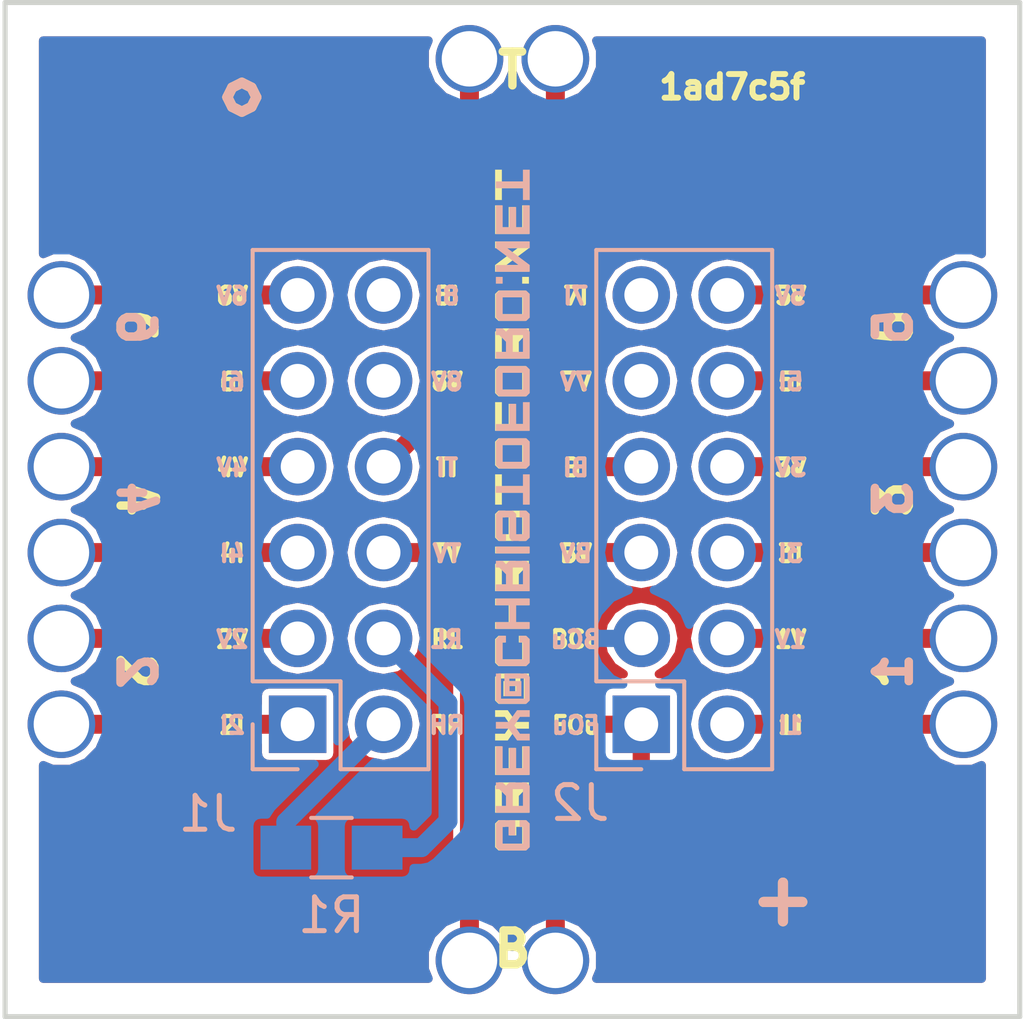
<source format=kicad_pcb>
(kicad_pcb (version 20170123) (host pcbnew "(2017-09-19 revision 0083ce1bd)-master")

  (general
    (thickness 1.6)
    (drawings 71)
    (tracks 30)
    (zones 0)
    (modules 21)
    (nets 21)
  )

  (page A4)
  (layers
    (0 F.Cu signal)
    (31 B.Cu signal hide)
    (32 B.Adhes user)
    (33 F.Adhes user)
    (34 B.Paste user)
    (35 F.Paste user)
    (36 B.SilkS user)
    (37 F.SilkS user)
    (38 B.Mask user)
    (39 F.Mask user)
    (40 Dwgs.User user)
    (41 Cmts.User user)
    (42 Eco1.User user)
    (43 Eco2.User user)
    (44 Edge.Cuts user)
    (45 Margin user)
    (46 B.CrtYd user)
    (47 F.CrtYd user)
    (48 B.Fab user)
    (49 F.Fab user)
  )

  (setup
    (last_trace_width 0.25)
    (user_trace_width 0.2)
    (user_trace_width 0.56)
    (trace_clearance 0.153)
    (zone_clearance 0.2)
    (zone_45_only no)
    (trace_min 0.2)
    (segment_width 0.2)
    (edge_width 0.15)
    (via_size 0.6)
    (via_drill 0.4)
    (via_min_size 0.4)
    (via_min_drill 0.3)
    (uvia_size 0.3)
    (uvia_drill 0.1)
    (uvias_allowed no)
    (uvia_min_size 0.2)
    (uvia_min_drill 0.1)
    (pcb_text_width 0.3)
    (pcb_text_size 1.5 1.5)
    (mod_edge_width 0.15)
    (mod_text_size 1 1)
    (mod_text_width 0.15)
    (pad_size 1.7 1.7)
    (pad_drill 1)
    (pad_to_mask_clearance 0.2)
    (aux_axis_origin 0 0)
    (visible_elements FFFFFF7F)
    (pcbplotparams
      (layerselection 0x010fc_ffffffff)
      (usegerberextensions true)
      (usegerberattributes true)
      (usegerberadvancedattributes true)
      (creategerberjobfile true)
      (excludeedgelayer true)
      (linewidth 0.150000)
      (plotframeref false)
      (viasonmask false)
      (mode 1)
      (useauxorigin true)
      (hpglpennumber 1)
      (hpglpenspeed 20)
      (hpglpendiameter 15)
      (psnegative false)
      (psa4output false)
      (plotreference true)
      (plotvalue true)
      (plotinvisibletext false)
      (padsonsilk false)
      (subtractmaskfromsilk false)
      (outputformat 1)
      (mirror false)
      (drillshape 0)
      (scaleselection 1)
      (outputdirectory output/))
  )

  (net 0 "")
  (net 1 /I2)
  (net 2 /V2)
  (net 3 /I4)
  (net 4 /VT)
  (net 5 /V4)
  (net 6 /IT)
  (net 7 /I6)
  (net 8 /V6)
  (net 9 /I1)
  (net 10 /V1)
  (net 11 /I3)
  (net 12 /V3)
  (net 13 /I5)
  (net 14 /V5)
  (net 15 /RH)
  (net 16 /RL)
  (net 17 /VB)
  (net 18 /IB)
  (net 19 FCu)
  (net 20 BCu)

  (net_class Default "This is the default net class."
    (clearance 0.153)
    (trace_width 0.25)
    (via_dia 0.6)
    (via_drill 0.4)
    (uvia_dia 0.3)
    (uvia_drill 0.1)
    (add_net /I1)
    (add_net /I2)
    (add_net /I3)
    (add_net /I4)
    (add_net /I5)
    (add_net /I6)
    (add_net /IB)
    (add_net /IT)
    (add_net /RH)
    (add_net /RL)
    (add_net /V1)
    (add_net /V2)
    (add_net /V3)
    (add_net /V4)
    (add_net /V5)
    (add_net /V6)
    (add_net /VB)
    (add_net /VT)
    (add_net BCu)
    (add_net FCu)
  )

  (module myParts:S25-022+P25-4023 (layer F.Cu) (tedit 59D4EDDC) (tstamp 58E52FE7)
    (at 13.335 -3.81)
    (path /58E4CA77)
    (fp_text reference TP16 (at 0 1.778) (layer F.SilkS) hide
      (effects (font (size 1 1) (thickness 0.15)))
    )
    (fp_text value TEST (at 0 -0.5) (layer F.Fab)
      (effects (font (size 1 1) (thickness 0.15)))
    )
    (pad 1 thru_hole circle (at 0 0) (size 2 2) (drill 1.64) (layers *.Cu *.Mask)
      (net 13 /I5))
    (model ${KIPRJMOD}/sharedLibs/myparts.3dshapes/S25-022+P25-4023.step
      (at (xyz 0 0 0.2165354330708661))
      (scale (xyz 1 1 1))
      (rotate (xyz -90 0 0))
    )
  )

  (module myParts:S25-022+P25-4023 (layer F.Cu) (tedit 59D4EDDC) (tstamp 58E52FE3)
    (at 13.335 -6.35)
    (path /58E4CA7D)
    (fp_text reference TP15 (at 0 1.778) (layer F.SilkS) hide
      (effects (font (size 1 1) (thickness 0.15)))
    )
    (fp_text value TEST (at 0 -0.5) (layer F.Fab)
      (effects (font (size 1 1) (thickness 0.15)))
    )
    (pad 1 thru_hole circle (at 0 0) (size 2 2) (drill 1.64) (layers *.Cu *.Mask)
      (net 14 /V5))
    (model ${KIPRJMOD}/sharedLibs/myparts.3dshapes/S25-022+P25-4023.step
      (at (xyz 0 0 0.2165354330708661))
      (scale (xyz 1 1 1))
      (rotate (xyz -90 0 0))
    )
  )

  (module myParts:S25-022+P25-4023 (layer F.Cu) (tedit 59D4EDDC) (tstamp 58E52FD7)
    (at 1.27 13.335)
    (path /58E4C3ED)
    (fp_text reference TP12 (at 0 1.778) (layer F.SilkS) hide
      (effects (font (size 1 1) (thickness 0.15)))
    )
    (fp_text value TEST (at 0 -0.5) (layer F.Fab) hide
      (effects (font (size 1 1) (thickness 0.15)))
    )
    (pad 1 thru_hole circle (at 0 0) (size 2 2) (drill 1.64) (layers *.Cu *.Mask)
      (net 17 /VB))
    (model ${KIPRJMOD}/sharedLibs/myparts.3dshapes/S25-022+P25-4023.step
      (at (xyz 0 0 0.2165354330708661))
      (scale (xyz 1 1 1))
      (rotate (xyz -90 0 0))
    )
  )

  (module myParts:S25-022+P25-4023 (layer F.Cu) (tedit 59D4EDDC) (tstamp 58E52FD3)
    (at 1.27 -13.335)
    (path /58E4CC49)
    (fp_text reference TP11 (at 0 1.778) (layer F.SilkS) hide
      (effects (font (size 1 1) (thickness 0.15)))
    )
    (fp_text value TEST (at 0 -0.5) (layer F.Fab)
      (effects (font (size 1 1) (thickness 0.15)))
    )
    (pad 1 thru_hole circle (at 0 0) (size 2 2) (drill 1.64) (layers *.Cu *.Mask)
      (net 4 /VT))
    (model ${KIPRJMOD}/sharedLibs/myparts.3dshapes/S25-022+P25-4023.step
      (at (xyz 0 0 0.2165354330708661))
      (scale (xyz 1 1 1))
      (rotate (xyz -90 0 0))
    )
  )

  (module myParts:S25-022+P25-4023 (layer F.Cu) (tedit 59D4EDDC) (tstamp 58E52FCF)
    (at -1.27 13.335)
    (path /58E4C4C8)
    (fp_text reference TP10 (at 0 1.778) (layer F.SilkS) hide
      (effects (font (size 1 1) (thickness 0.15)))
    )
    (fp_text value TEST (at 0 -0.5) (layer F.Fab) hide
      (effects (font (size 1 1) (thickness 0.15)))
    )
    (pad 1 thru_hole circle (at 0 0) (size 2 2) (drill 1.64) (layers *.Cu *.Mask)
      (net 18 /IB))
    (model ${KIPRJMOD}/sharedLibs/myparts.3dshapes/S25-022+P25-4023.step
      (at (xyz 0 0 0.2165354330708661))
      (scale (xyz 1 1 1))
      (rotate (xyz -90 0 0))
    )
  )

  (module myParts:S25-022+P25-4023 (layer F.Cu) (tedit 59D4EDDC) (tstamp 58E52FCB)
    (at -1.27 -13.335)
    (path /58E4CC43)
    (fp_text reference TP9 (at 0 1.778) (layer F.SilkS) hide
      (effects (font (size 1 1) (thickness 0.15)))
    )
    (fp_text value TEST (at 0 -0.5) (layer F.Fab)
      (effects (font (size 1 1) (thickness 0.15)))
    )
    (pad 1 thru_hole circle (at 0 0) (size 2 2) (drill 1.64) (layers *.Cu *.Mask)
      (net 6 /IT))
    (model ${KIPRJMOD}/sharedLibs/myparts.3dshapes/S25-022+P25-4023.step
      (at (xyz 0 0 0.2165354330708661))
      (scale (xyz 1 1 1))
      (rotate (xyz -90 0 0))
    )
  )

  (module myParts:S25-022+P25-4023 (layer F.Cu) (tedit 59D4EDDC) (tstamp 58E52FC7)
    (at -13.335 6.35)
    (path /58E4C6B7)
    (fp_text reference TP8 (at 0 1.778) (layer F.SilkS) hide
      (effects (font (size 1 1) (thickness 0.15)))
    )
    (fp_text value TEST (at 0 -0.5) (layer F.Fab) hide
      (effects (font (size 1 1) (thickness 0.15)))
    )
    (pad 1 thru_hole circle (at 0 0) (size 2 2) (drill 1.64) (layers *.Cu *.Mask)
      (net 1 /I2))
    (model ${KIPRJMOD}/sharedLibs/myparts.3dshapes/S25-022+P25-4023.step
      (at (xyz 0 0 0.2165354330708661))
      (scale (xyz 1 1 1))
      (rotate (xyz -90 0 0))
    )
  )

  (module myParts:S25-022+P25-4023 (layer F.Cu) (tedit 59D4EDDC) (tstamp 58E52FC3)
    (at -13.335 3.81)
    (path /58E4C6BD)
    (fp_text reference TP7 (at 0 1.778) (layer F.SilkS) hide
      (effects (font (size 1 1) (thickness 0.15)))
    )
    (fp_text value TEST (at 0 -0.5) (layer F.Fab)
      (effects (font (size 1 1) (thickness 0.15)))
    )
    (pad 1 thru_hole circle (at 0 0) (size 2 2) (drill 1.64) (layers *.Cu *.Mask)
      (net 2 /V2))
    (model ${KIPRJMOD}/sharedLibs/myparts.3dshapes/S25-022+P25-4023.step
      (at (xyz 0 0 0.2165354330708661))
      (scale (xyz 1 1 1))
      (rotate (xyz -90 0 0))
    )
  )

  (module myParts:S25-022+P25-4023 (layer F.Cu) (tedit 59D4EDDC) (tstamp 58E52FBF)
    (at -13.335 1.27)
    (path /58E4C4F2)
    (fp_text reference TP6 (at 0 1.778) (layer F.SilkS) hide
      (effects (font (size 1 1) (thickness 0.15)))
    )
    (fp_text value TEST (at 0 -0.5) (layer F.Fab) hide
      (effects (font (size 1 1) (thickness 0.15)))
    )
    (pad 1 thru_hole circle (at 0 0) (size 2 2) (drill 1.64) (layers *.Cu *.Mask)
      (net 3 /I4))
    (model ${KIPRJMOD}/sharedLibs/myparts.3dshapes/S25-022+P25-4023.step
      (at (xyz 0 0 0.2165354330708661))
      (scale (xyz 1 1 1))
      (rotate (xyz -90 0 0))
    )
  )

  (module myParts:S25-022+P25-4023 (layer F.Cu) (tedit 59D4EDDC) (tstamp 58E52FBB)
    (at -13.335 -1.27)
    (path /58E4C553)
    (fp_text reference TP5 (at 0 1.778) (layer F.SilkS) hide
      (effects (font (size 1 1) (thickness 0.15)))
    )
    (fp_text value TEST (at 0 -0.5) (layer F.Fab)
      (effects (font (size 1 1) (thickness 0.15)))
    )
    (pad 1 thru_hole circle (at 0 0) (size 2 2) (drill 1.64) (layers *.Cu *.Mask)
      (net 5 /V4))
    (model ${KIPRJMOD}/sharedLibs/myparts.3dshapes/S25-022+P25-4023.step
      (at (xyz 0 0 0.2165354330708661))
      (scale (xyz 1 1 1))
      (rotate (xyz -90 0 0))
    )
  )

  (module myParts:S25-022+P25-4023 (layer F.Cu) (tedit 59D4EDDC) (tstamp 58E52FB7)
    (at -13.335 -3.81)
    (path /58E4C747)
    (fp_text reference TP4 (at 0 1.778) (layer F.SilkS) hide
      (effects (font (size 1 1) (thickness 0.15)))
    )
    (fp_text value TEST (at 0 -0.5) (layer F.Fab) hide
      (effects (font (size 1 1) (thickness 0.15)))
    )
    (pad 1 thru_hole circle (at 0 0) (size 2 2) (drill 1.64) (layers *.Cu *.Mask)
      (net 7 /I6))
    (model ${KIPRJMOD}/sharedLibs/myparts.3dshapes/S25-022+P25-4023.step
      (at (xyz 0 0 0.2165354330708661))
      (scale (xyz 1 1 1))
      (rotate (xyz -90 0 0))
    )
  )

  (module myParts:S25-022+P25-4023 (layer F.Cu) (tedit 59D4EDDC) (tstamp 58E52FB3)
    (at -13.335 -6.35)
    (path /58E4C74D)
    (fp_text reference TP3 (at 0 1.778) (layer F.SilkS) hide
      (effects (font (size 1 1) (thickness 0.15)))
    )
    (fp_text value TEST (at 0 -0.5) (layer F.Fab)
      (effects (font (size 1 1) (thickness 0.15)))
    )
    (pad 1 thru_hole circle (at 0 0) (size 2 2) (drill 1.64) (layers *.Cu *.Mask)
      (net 8 /V6))
    (model ${KIPRJMOD}/sharedLibs/myparts.3dshapes/S25-022+P25-4023.step
      (at (xyz 0 0 0.2165354330708661))
      (scale (xyz 1 1 1))
      (rotate (xyz -90 0 0))
    )
  )

  (module myParts:S25-022+P25-4023 (layer F.Cu) (tedit 59D4EDDC) (tstamp 599D8D18)
    (at 13.335 -1.27)
    (path /58E4CA65)
    (fp_text reference TP17 (at 0 1.778) (layer F.SilkS) hide
      (effects (font (size 1 1) (thickness 0.15)))
    )
    (fp_text value TEST (at 0 -0.5) (layer F.Fab)
      (effects (font (size 1 1) (thickness 0.15)))
    )
    (pad 1 thru_hole circle (at 0 0) (size 2 2) (drill 1.64) (layers *.Cu *.Mask)
      (net 12 /V3))
    (model ${KIPRJMOD}/sharedLibs/myparts.3dshapes/S25-022+P25-4023.step
      (at (xyz 0 0 0.2165354330708661))
      (scale (xyz 1 1 1))
      (rotate (xyz -90 0 0))
    )
  )

  (module myParts:S25-022+P25-4023 (layer F.Cu) (tedit 59D4EDDC) (tstamp 599D8D1D)
    (at 13.335 1.27)
    (path /58E4CA5F)
    (fp_text reference TP18 (at 0 1.778) (layer F.SilkS) hide
      (effects (font (size 1 1) (thickness 0.15)))
    )
    (fp_text value TEST (at 0 -0.5) (layer F.Fab)
      (effects (font (size 1 1) (thickness 0.15)))
    )
    (pad 1 thru_hole circle (at 0 0) (size 2 2) (drill 1.64) (layers *.Cu *.Mask)
      (net 11 /I3))
    (model ${KIPRJMOD}/sharedLibs/myparts.3dshapes/S25-022+P25-4023.step
      (at (xyz 0 0 0.2165354330708661))
      (scale (xyz 1 1 1))
      (rotate (xyz -90 0 0))
    )
  )

  (module myParts:S25-022+P25-4023 (layer F.Cu) (tedit 59D4EDDC) (tstamp 599D8D22)
    (at 13.335 3.81)
    (path /58E4CA71)
    (fp_text reference TP19 (at 0 1.778) (layer F.SilkS) hide
      (effects (font (size 1 1) (thickness 0.15)))
    )
    (fp_text value TEST (at 0 -0.5) (layer F.Fab)
      (effects (font (size 1 1) (thickness 0.15)))
    )
    (pad 1 thru_hole circle (at 0 0) (size 2 2) (drill 1.64) (layers *.Cu *.Mask)
      (net 10 /V1))
    (model ${KIPRJMOD}/sharedLibs/myparts.3dshapes/S25-022+P25-4023.step
      (at (xyz 0 0 0.2165354330708661))
      (scale (xyz 1 1 1))
      (rotate (xyz -90 0 0))
    )
  )

  (module myParts:S25-022+P25-4023 (layer F.Cu) (tedit 59D4EDDC) (tstamp 599D8D27)
    (at 13.335 6.35)
    (path /58E4CA6B)
    (fp_text reference TP20 (at 0 1.778) (layer F.SilkS) hide
      (effects (font (size 1 1) (thickness 0.15)))
    )
    (fp_text value TEST (at 0 -0.5) (layer F.Fab)
      (effects (font (size 1 1) (thickness 0.15)))
    )
    (pad 1 thru_hole circle (at 0 0) (size 2 2) (drill 1.64) (layers *.Cu *.Mask)
      (net 9 /I1))
    (model ${KIPRJMOD}/sharedLibs/myparts.3dshapes/S25-022+P25-4023.step
      (at (xyz 0 0 0.2165354330708661))
      (scale (xyz 1 1 1))
      (rotate (xyz -90 0 0))
    )
  )

  (module myParts:logo_small (layer B.Cu) (tedit 0) (tstamp 59BFB1AD)
    (at 0 0 90)
    (path /59BFB10C)
    (fp_text reference L1 (at 0 4 90) (layer B.SilkS) hide
      (effects (font (thickness 0.2)) (justify mirror))
    )
    (fp_text value GREY@CHRISTOFORO.NET (at 0 -4 90) (layer B.SilkS) hide
      (effects (font (thickness 0.2)) (justify mirror))
    )
    (fp_poly (pts (xy -0.030446 0.410336) (xy -0.128951 0.511719) (xy -0.828528 0.511719) (xy -0.927058 0.410336)
      (xy -0.927058 -0.017886) (xy -0.828528 -0.089278) (xy -0.228894 -0.089278) (xy -0.228894 -0.28842)
      (xy -0.727172 -0.28842) (xy -0.727172 -0.189556) (xy -0.927058 -0.189556) (xy -0.927058 -0.389777)
      (xy -0.828528 -0.488281) (xy -0.128951 -0.488281) (xy -0.030446 -0.389777) (xy -0.030446 0.012104)
      (xy -0.128951 0.112047) (xy -0.727172 0.112047) (xy -0.727172 0.311832) (xy -0.228894 0.311832)
      (xy -0.228894 0.211888) (xy -0.030446 0.211888)) (layer B.SilkS) (width 0.001))
    (fp_poly (pts (xy -7.650288 -0.089484) (xy -7.052066 -0.089484) (xy -7.052066 0.110403) (xy -7.650288 0.110403)
      (xy -7.650288 0.311832) (xy -7.002107 0.311832) (xy -7.002107 0.511719) (xy -7.850175 0.511719)
      (xy -7.850175 -0.488281) (xy -7.002107 -0.488281) (xy -7.002107 -0.28842) (xy -7.650288 -0.28842)) (layer B.SilkS) (width 0.001))
    (fp_poly (pts (xy -8.766833 -0.488281) (xy -8.766833 0.010074) (xy -8.766833 0.311832) (xy -8.268555 0.311832)
      (xy -8.268555 0.010074) (xy -8.766833 0.010074) (xy -8.766833 -0.488281) (xy -8.766833 -0.189813)
      (xy -8.468442 -0.189813) (xy -8.368498 -0.288369) (xy -8.268555 -0.389751) (xy -8.268555 -0.488281)
      (xy -8.070107 -0.488281) (xy -8.070107 -0.288369) (xy -8.168611 -0.189813) (xy -8.070107 -0.089869)
      (xy -8.070107 0.410336) (xy -8.168611 0.511719) (xy -8.96672 0.511719) (xy -8.96672 -0.488281)) (layer B.SilkS) (width 0.001))
    (fp_poly (pts (xy -10.083265 -0.389777) (xy -9.984735 -0.488281) (xy -9.285156 -0.488281) (xy -9.186652 -0.389777)
      (xy -9.186652 0.084935) (xy -9.636385 0.084935) (xy -9.636385 -0.114925) (xy -9.3851 -0.114925)
      (xy -9.3851 -0.28842) (xy -9.883378 -0.28842) (xy -9.883378 0.311832) (xy -9.3851 0.311832)
      (xy -9.3851 0.211888) (xy -9.186652 0.211888) (xy -9.186652 0.410336) (xy -9.285156 0.511719)
      (xy -9.984735 0.511719) (xy -10.083265 0.410336)) (layer B.SilkS) (width 0.001))
    (fp_poly (pts (xy -2.211788 -0.189813) (xy -2.211788 0.311832) (xy -1.71351 0.311832) (xy -1.71351 0.010074)
      (xy -2.211788 0.010074) (xy -2.211788 0.311832) (xy -2.211788 -0.189813) (xy -1.913397 -0.189813)
      (xy -1.813453 -0.288369) (xy -1.71351 -0.389751) (xy -1.71351 -0.488281) (xy -1.515062 -0.488281)
      (xy -1.515062 -0.288369) (xy -1.613567 -0.189813) (xy -1.515062 -0.089869) (xy -1.515062 0.410336)
      (xy -1.613567 0.511719) (xy -2.411675 0.511719) (xy -2.411675 -0.488281) (xy -2.211788 -0.488281)) (layer B.SilkS) (width 0.001))
    (fp_poly (pts (xy -5.64741 -0.488281) (xy -4.849327 -0.488281) (xy -4.849327 -0.336965) (xy -5.594598 -0.336965)
      (xy -5.594598 0.36323) (xy -4.996376 0.36323) (xy -4.996376 -0.089587) (xy -5.072034 -0.089587)
      (xy -5.21911 -0.083881) (xy -5.371865 -0.083881) (xy -5.371865 0.113666) (xy -5.21911 0.113666)
      (xy -5.21911 -0.083881) (xy -5.072034 -0.089587) (xy -5.072034 0.265008) (xy -5.518914 0.265008)
      (xy -5.518914 -0.236636) (xy -4.849327 -0.236636) (xy -4.849327 0.410336) (xy -4.947831 0.511719)
      (xy -5.64741 0.511719) (xy -5.74594 0.410336) (xy -5.74594 -0.389777)) (layer B.SilkS) (width 0.001))
    (fp_poly (pts (xy 2.33052 0.511719) (xy 2.33052 -0.488281) (xy 2.530407 -0.488281) (xy 2.530407 -0.089484)
      (xy 3.128624 -0.089484) (xy 3.128624 0.110403) (xy 2.530407 0.110403) (xy 2.530407 0.311832)
      (xy 3.178582 0.311832) (xy 3.178582 0.511719)) (layer B.SilkS) (width 0.001))
    (fp_poly (pts (xy -6.131528 0.223145) (xy -6.382813 0.054559) (xy -6.629806 0.223145) (xy -6.629806 0.511719)
      (xy -6.829693 0.511719) (xy -6.829693 0.138852) (xy -6.479903 -0.111148) (xy -6.479903 -0.488281)
      (xy -6.28143 -0.488281) (xy -6.28143 -0.111148) (xy -5.93308 0.138852) (xy -5.93308 0.511719)
      (xy -6.131528 0.511719)) (layer B.SilkS) (width 0.001))
    (fp_poly (pts (xy -4.429508 0.311832) (xy -3.931229 0.311832) (xy -3.931229 0.211888) (xy -3.732782 0.211888)
      (xy -3.732782 0.410336) (xy -3.831286 0.511719) (xy -4.530865 0.511719) (xy -4.629395 0.410336)
      (xy -4.629395 -0.389777) (xy -4.530865 -0.488281) (xy -3.831286 -0.488281) (xy -3.732782 -0.389777)
      (xy -3.732782 -0.18989) (xy -3.931229 -0.18989) (xy -3.931229 -0.28842) (xy -4.429508 -0.28842)) (layer B.SilkS) (width 0.001))
    (fp_poly (pts (xy 9.000514 0.511719) (xy 8.152447 0.511719) (xy 8.152447 -0.488281) (xy 9.000514 -0.488281)
      (xy 9.000514 -0.28842) (xy 8.352333 -0.28842) (xy 8.352333 -0.089484) (xy 8.950555 -0.089484)
      (xy 8.950555 0.110403) (xy 8.352333 0.110403) (xy 8.352333 0.311832) (xy 9.000514 0.311832)) (layer B.SilkS) (width 0.001))
    (fp_poly (pts (xy 4.465435 0.511719) (xy 4.465435 -0.488281) (xy 4.665322 -0.488281) (xy 4.665322 0.311832)
      (xy 5.1636 0.311832) (xy 5.1636 0.010074) (xy 4.665322 0.010074) (xy 4.665322 0.311832)
      (xy 4.665322 -0.488281) (xy 4.665322 -0.189813) (xy 4.963713 -0.189813) (xy 5.063656 -0.288369)
      (xy 5.1636 -0.389751) (xy 5.1636 -0.488281) (xy 5.362048 -0.488281) (xy 5.362048 -0.288369)
      (xy 5.263543 -0.189813) (xy 5.362048 -0.089869) (xy 5.362048 0.410336) (xy 5.263543 0.511719)) (layer B.SilkS) (width 0.001))
    (fp_poly (pts (xy 5.68051 -0.488281) (xy 6.380088 -0.488281) (xy 6.280145 -0.28842) (xy 5.781867 -0.28842)
      (xy 5.781867 0.311832) (xy 6.280145 0.311832) (xy 6.280145 -0.28842) (xy 6.380088 -0.488281)
      (xy 6.478593 -0.389777) (xy 6.478593 0.410336) (xy 6.380088 0.511719) (xy 5.68051 0.511719)
      (xy 5.58198 0.410336) (xy 5.58198 -0.389777)) (layer B.SilkS) (width 0.001))
    (fp_poly (pts (xy 7.235788 0.511719) (xy 7.035902 0.511719) (xy 7.035902 -0.488281) (xy 7.235788 -0.488281)
      (xy 7.235788 0.178865) (xy 7.734067 -0.488281) (xy 7.932514 -0.488281) (xy 7.932514 0.511719)
      (xy 7.734067 0.511719) (xy 7.734067 -0.154014)) (layer B.SilkS) (width 0.001))
    (fp_poly (pts (xy 10.055304 0.511719) (xy 9.158691 0.511719) (xy 9.158691 0.311832) (xy 9.508481 0.311832)
      (xy 9.508481 -0.488281) (xy 9.708368 -0.488281) (xy 9.708368 0.311832) (xy 10.055304 0.311832)) (layer B.SilkS) (width 0.001))
    (fp_poly (pts (xy -1.295135 0.511719) (xy -1.295135 -0.488281) (xy -1.095248 -0.488281) (xy -1.095248 0.511719)) (layer B.SilkS) (width 0.001))
    (fp_poly (pts (xy 6.884123 -0.28842) (xy 6.684236 -0.28842) (xy 6.684236 -0.488281) (xy 6.884123 -0.488281)) (layer B.SilkS) (width 0.001))
    (fp_poly (pts (xy 1.21398 0.410336) (xy 1.413867 0.311832) (xy 1.912145 0.311832) (xy 1.912145 -0.28842)
      (xy 1.413867 -0.28842) (xy 1.413867 0.311832) (xy 1.21398 0.410336) (xy 1.21398 -0.389777)
      (xy 1.31251 -0.488281) (xy 2.012089 -0.488281) (xy 2.110593 -0.389777) (xy 2.110593 0.410336)
      (xy 2.012089 0.511719) (xy 1.31251 0.511719)) (layer B.SilkS) (width 0.001))
    (fp_poly (pts (xy -3.328331 0.511719) (xy -3.528218 0.511719) (xy -3.528218 -0.488281) (xy -3.328331 -0.488281)
      (xy -3.328331 -0.089484) (xy -2.830052 -0.089484) (xy -2.830052 -0.488281) (xy -2.631605 -0.488281)
      (xy -2.631605 0.511719) (xy -2.830052 0.511719) (xy -2.830052 0.110403) (xy -3.328331 0.110403)) (layer B.SilkS) (width 0.001))
    (fp_poly (pts (xy 1.043277 0.511719) (xy 0.146665 0.511719) (xy 0.146665 0.311832) (xy 0.496454 0.311832)
      (xy 0.496454 -0.488281) (xy 0.69634 -0.488281) (xy 0.69634 0.311832) (xy 1.043277 0.311832)) (layer B.SilkS) (width 0.001))
    (fp_poly (pts (xy 4.146998 0.511719) (xy 3.44742 0.511719) (xy 3.34889 0.410336) (xy 3.548777 0.311832)
      (xy 4.047055 0.311832) (xy 4.047055 -0.28842) (xy 3.548777 -0.28842) (xy 3.548777 0.311832)
      (xy 3.34889 0.410336) (xy 3.34889 -0.389777) (xy 3.44742 -0.488281) (xy 4.146998 -0.488281)
      (xy 4.245503 -0.389777) (xy 4.245503 0.410336)) (layer B.SilkS) (width 0.001))
  )

  (module Pin_Headers:Pin_Header_Straight_2x06_Pitch2.54mm (layer B.Cu) (tedit 59BFB1AC) (tstamp 599D8D46)
    (at 3.81 6.35)
    (descr "Through hole straight pin header, 2x06, 2.54mm pitch, double rows")
    (tags "Through hole pin header THT 2x06 2.54mm double row")
    (path /599DB1BB)
    (fp_text reference J2 (at -1.81 2.33) (layer B.SilkS)
      (effects (font (size 1 1) (thickness 0.15)) (justify mirror))
    )
    (fp_text value CONN_02X06 (at 1.27 -15.03) (layer B.Fab)
      (effects (font (size 1 1) (thickness 0.15)) (justify mirror))
    )
    (fp_line (start 0 1.27) (end 3.81 1.27) (layer B.Fab) (width 0.1))
    (fp_line (start 3.81 1.27) (end 3.81 -13.97) (layer B.Fab) (width 0.1))
    (fp_line (start 3.81 -13.97) (end -1.27 -13.97) (layer B.Fab) (width 0.1))
    (fp_line (start -1.27 -13.97) (end -1.27 0) (layer B.Fab) (width 0.1))
    (fp_line (start -1.27 0) (end 0 1.27) (layer B.Fab) (width 0.1))
    (fp_line (start -1.33 -14.03) (end 3.87 -14.03) (layer B.SilkS) (width 0.12))
    (fp_line (start -1.33 -1.27) (end -1.33 -14.03) (layer B.SilkS) (width 0.12))
    (fp_line (start 3.87 1.33) (end 3.87 -14.03) (layer B.SilkS) (width 0.12))
    (fp_line (start -1.33 -1.27) (end 1.27 -1.27) (layer B.SilkS) (width 0.12))
    (fp_line (start 1.27 -1.27) (end 1.27 1.33) (layer B.SilkS) (width 0.12))
    (fp_line (start 1.27 1.33) (end 3.87 1.33) (layer B.SilkS) (width 0.12))
    (fp_line (start -1.33 0) (end -1.33 1.33) (layer B.SilkS) (width 0.12))
    (fp_line (start -1.33 1.33) (end 0 1.33) (layer B.SilkS) (width 0.12))
    (fp_line (start -1.8 1.8) (end -1.8 -14.5) (layer B.CrtYd) (width 0.05))
    (fp_line (start -1.8 -14.5) (end 4.35 -14.5) (layer B.CrtYd) (width 0.05))
    (fp_line (start 4.35 -14.5) (end 4.35 1.8) (layer B.CrtYd) (width 0.05))
    (fp_line (start 4.35 1.8) (end -1.8 1.8) (layer B.CrtYd) (width 0.05))
    (fp_text user %R (at 1.27 -6.35 270) (layer B.Fab)
      (effects (font (size 1 1) (thickness 0.15)) (justify mirror))
    )
    (pad 1 thru_hole rect (at 0 0) (size 1.7 1.7) (drill 1) (layers *.Cu *.Mask)
      (net 19 FCu))
    (pad 2 thru_hole oval (at 2.54 0) (size 1.7 1.7) (drill 1) (layers *.Cu *.Mask)
      (net 9 /I1))
    (pad 3 thru_hole oval (at 0 -2.54) (size 1.7 1.7) (drill 1) (layers *.Cu *.Mask)
      (net 20 BCu))
    (pad 4 thru_hole oval (at 2.54 -2.54) (size 1.7 1.7) (drill 1) (layers *.Cu *.Mask)
      (net 10 /V1))
    (pad 5 thru_hole oval (at 0 -5.08) (size 1.7 1.7) (drill 1) (layers *.Cu *.Mask)
      (net 17 /VB))
    (pad 6 thru_hole oval (at 2.54 -5.08) (size 1.7 1.7) (drill 1) (layers *.Cu *.Mask)
      (net 11 /I3))
    (pad 7 thru_hole oval (at 0 -7.62) (size 1.7 1.7) (drill 1) (layers *.Cu *.Mask)
      (net 18 /IB))
    (pad 8 thru_hole oval (at 2.54 -7.62) (size 1.7 1.7) (drill 1) (layers *.Cu *.Mask)
      (net 12 /V3))
    (pad 9 thru_hole oval (at 0 -10.16) (size 1.7 1.7) (drill 1) (layers *.Cu *.Mask))
    (pad 10 thru_hole oval (at 2.54 -10.16) (size 1.7 1.7) (drill 1) (layers *.Cu *.Mask)
      (net 13 /I5))
    (pad 11 thru_hole oval (at 0 -12.7) (size 1.7 1.7) (drill 1) (layers *.Cu *.Mask))
    (pad 12 thru_hole oval (at 2.54 -12.7) (size 1.7 1.7) (drill 1) (layers *.Cu *.Mask)
      (net 14 /V5))
    (model ${KISYS3DMOD}/Pin_Headers.3dshapes/Pin_Header_Straight_2x06_Pitch2.54mm.wrl
      (at (xyz 0 0 0))
      (scale (xyz 1 1 1))
      (rotate (xyz 0 0 0))
    )
  )

  (module Pin_Headers:Pin_Header_Straight_2x06_Pitch2.54mm (layer B.Cu) (tedit 59650532) (tstamp 599D8D37)
    (at -6.35 6.35)
    (descr "Through hole straight pin header, 2x06, 2.54mm pitch, double rows")
    (tags "Through hole pin header THT 2x06 2.54mm double row")
    (path /599DB107)
    (fp_text reference J1 (at -2.65 2.65) (layer B.SilkS)
      (effects (font (size 1 1) (thickness 0.15)) (justify mirror))
    )
    (fp_text value CONN_02X06 (at 1.27 -15.03) (layer B.Fab)
      (effects (font (size 1 1) (thickness 0.15)) (justify mirror))
    )
    (fp_line (start 0 1.27) (end 3.81 1.27) (layer B.Fab) (width 0.1))
    (fp_line (start 3.81 1.27) (end 3.81 -13.97) (layer B.Fab) (width 0.1))
    (fp_line (start 3.81 -13.97) (end -1.27 -13.97) (layer B.Fab) (width 0.1))
    (fp_line (start -1.27 -13.97) (end -1.27 0) (layer B.Fab) (width 0.1))
    (fp_line (start -1.27 0) (end 0 1.27) (layer B.Fab) (width 0.1))
    (fp_line (start -1.33 -14.03) (end 3.87 -14.03) (layer B.SilkS) (width 0.12))
    (fp_line (start -1.33 -1.27) (end -1.33 -14.03) (layer B.SilkS) (width 0.12))
    (fp_line (start 3.87 1.33) (end 3.87 -14.03) (layer B.SilkS) (width 0.12))
    (fp_line (start -1.33 -1.27) (end 1.27 -1.27) (layer B.SilkS) (width 0.12))
    (fp_line (start 1.27 -1.27) (end 1.27 1.33) (layer B.SilkS) (width 0.12))
    (fp_line (start 1.27 1.33) (end 3.87 1.33) (layer B.SilkS) (width 0.12))
    (fp_line (start -1.33 0) (end -1.33 1.33) (layer B.SilkS) (width 0.12))
    (fp_line (start -1.33 1.33) (end 0 1.33) (layer B.SilkS) (width 0.12))
    (fp_line (start -1.8 1.8) (end -1.8 -14.5) (layer B.CrtYd) (width 0.05))
    (fp_line (start -1.8 -14.5) (end 4.35 -14.5) (layer B.CrtYd) (width 0.05))
    (fp_line (start 4.35 -14.5) (end 4.35 1.8) (layer B.CrtYd) (width 0.05))
    (fp_line (start 4.35 1.8) (end -1.8 1.8) (layer B.CrtYd) (width 0.05))
    (fp_text user %R (at 1.27 -6.35 270) (layer B.Fab)
      (effects (font (size 1 1) (thickness 0.15)) (justify mirror))
    )
    (pad 1 thru_hole rect (at 0 0) (size 1.7 1.7) (drill 1) (layers *.Cu *.Mask)
      (net 1 /I2))
    (pad 2 thru_hole oval (at 2.54 0) (size 1.7 1.7) (drill 1) (layers *.Cu *.Mask)
      (net 15 /RH))
    (pad 3 thru_hole oval (at 0 -2.54) (size 1.7 1.7) (drill 1) (layers *.Cu *.Mask)
      (net 2 /V2))
    (pad 4 thru_hole oval (at 2.54 -2.54) (size 1.7 1.7) (drill 1) (layers *.Cu *.Mask)
      (net 16 /RL))
    (pad 5 thru_hole oval (at 0 -5.08) (size 1.7 1.7) (drill 1) (layers *.Cu *.Mask)
      (net 3 /I4))
    (pad 6 thru_hole oval (at 2.54 -5.08) (size 1.7 1.7) (drill 1) (layers *.Cu *.Mask)
      (net 4 /VT))
    (pad 7 thru_hole oval (at 0 -7.62) (size 1.7 1.7) (drill 1) (layers *.Cu *.Mask)
      (net 5 /V4))
    (pad 8 thru_hole oval (at 2.54 -7.62) (size 1.7 1.7) (drill 1) (layers *.Cu *.Mask)
      (net 6 /IT))
    (pad 9 thru_hole oval (at 0 -10.16) (size 1.7 1.7) (drill 1) (layers *.Cu *.Mask)
      (net 7 /I6))
    (pad 10 thru_hole oval (at 2.54 -10.16) (size 1.7 1.7) (drill 1) (layers *.Cu *.Mask))
    (pad 11 thru_hole oval (at 0 -12.7) (size 1.7 1.7) (drill 1) (layers *.Cu *.Mask)
      (net 8 /V6))
    (pad 12 thru_hole oval (at 2.54 -12.7) (size 1.7 1.7) (drill 1) (layers *.Cu *.Mask))
    (model ${KISYS3DMOD}/Pin_Headers.3dshapes/Pin_Header_Straight_2x06_Pitch2.54mm.wrl
      (at (xyz 0 0 0))
      (scale (xyz 1 1 1))
      (rotate (xyz 0 0 0))
    )
  )

  (module Resistors_SMD:R_0805_HandSoldering (layer B.Cu) (tedit 58E0A804) (tstamp 599DC453)
    (at -5.35 10 180)
    (descr "Resistor SMD 0805, hand soldering")
    (tags "resistor 0805")
    (path /599DBDE1)
    (attr smd)
    (fp_text reference R1 (at 0 -2 180) (layer B.SilkS)
      (effects (font (size 1 1) (thickness 0.15)) (justify mirror))
    )
    (fp_text value 200k (at 0 -1.75 180) (layer B.Fab)
      (effects (font (size 1 1) (thickness 0.15)) (justify mirror))
    )
    (fp_text user %R (at 0 0 180) (layer B.Fab)
      (effects (font (size 0.5 0.5) (thickness 0.075)) (justify mirror))
    )
    (fp_line (start -1 -0.62) (end -1 0.62) (layer B.Fab) (width 0.1))
    (fp_line (start 1 -0.62) (end -1 -0.62) (layer B.Fab) (width 0.1))
    (fp_line (start 1 0.62) (end 1 -0.62) (layer B.Fab) (width 0.1))
    (fp_line (start -1 0.62) (end 1 0.62) (layer B.Fab) (width 0.1))
    (fp_line (start 0.6 -0.88) (end -0.6 -0.88) (layer B.SilkS) (width 0.12))
    (fp_line (start -0.6 0.88) (end 0.6 0.88) (layer B.SilkS) (width 0.12))
    (fp_line (start -2.35 0.9) (end 2.35 0.9) (layer B.CrtYd) (width 0.05))
    (fp_line (start -2.35 0.9) (end -2.35 -0.9) (layer B.CrtYd) (width 0.05))
    (fp_line (start 2.35 -0.9) (end 2.35 0.9) (layer B.CrtYd) (width 0.05))
    (fp_line (start 2.35 -0.9) (end -2.35 -0.9) (layer B.CrtYd) (width 0.05))
    (pad 1 smd rect (at -1.35 0 180) (size 1.5 1.3) (layers B.Cu B.Paste B.Mask)
      (net 16 /RL))
    (pad 2 smd rect (at 1.35 0 180) (size 1.5 1.3) (layers B.Cu B.Paste B.Mask)
      (net 15 /RH))
    (model ${KISYS3DMOD}/Resistors_SMD.3dshapes/R_0805.wrl
      (at (xyz 0 0 0))
      (scale (xyz 1 1 1))
      (rotate (xyz 0 0 0))
    )
  )

  (module myParts:logo_small (layer F.Cu) (tedit 0) (tstamp 59BFB1AA)
    (at 0 0 90)
    (path /59BFB10C)
    (fp_text reference L1 (at 0 -4 90) (layer F.SilkS) hide
      (effects (font (thickness 0.2)))
    )
    (fp_text value GREY@CHRISTOFORO.NET (at 0 4 90) (layer F.SilkS) hide
      (effects (font (thickness 0.2)))
    )
    (fp_poly (pts (xy -0.030446 -0.410336) (xy -0.128951 -0.511719) (xy -0.828528 -0.511719) (xy -0.927058 -0.410336)
      (xy -0.927058 0.017886) (xy -0.828528 0.089278) (xy -0.228894 0.089278) (xy -0.228894 0.28842)
      (xy -0.727172 0.28842) (xy -0.727172 0.189556) (xy -0.927058 0.189556) (xy -0.927058 0.389777)
      (xy -0.828528 0.488281) (xy -0.128951 0.488281) (xy -0.030446 0.389777) (xy -0.030446 -0.012104)
      (xy -0.128951 -0.112047) (xy -0.727172 -0.112047) (xy -0.727172 -0.311832) (xy -0.228894 -0.311832)
      (xy -0.228894 -0.211888) (xy -0.030446 -0.211888)) (layer F.SilkS) (width 0.001))
    (fp_poly (pts (xy -7.650288 0.089484) (xy -7.052066 0.089484) (xy -7.052066 -0.110403) (xy -7.650288 -0.110403)
      (xy -7.650288 -0.311832) (xy -7.002107 -0.311832) (xy -7.002107 -0.511719) (xy -7.850175 -0.511719)
      (xy -7.850175 0.488281) (xy -7.002107 0.488281) (xy -7.002107 0.28842) (xy -7.650288 0.28842)) (layer F.SilkS) (width 0.001))
    (fp_poly (pts (xy -8.766833 0.488281) (xy -8.766833 -0.010074) (xy -8.766833 -0.311832) (xy -8.268555 -0.311832)
      (xy -8.268555 -0.010074) (xy -8.766833 -0.010074) (xy -8.766833 0.488281) (xy -8.766833 0.189813)
      (xy -8.468442 0.189813) (xy -8.368498 0.288369) (xy -8.268555 0.389751) (xy -8.268555 0.488281)
      (xy -8.070107 0.488281) (xy -8.070107 0.288369) (xy -8.168611 0.189813) (xy -8.070107 0.089869)
      (xy -8.070107 -0.410336) (xy -8.168611 -0.511719) (xy -8.96672 -0.511719) (xy -8.96672 0.488281)) (layer F.SilkS) (width 0.001))
    (fp_poly (pts (xy -10.083265 0.389777) (xy -9.984735 0.488281) (xy -9.285156 0.488281) (xy -9.186652 0.389777)
      (xy -9.186652 -0.084935) (xy -9.636385 -0.084935) (xy -9.636385 0.114925) (xy -9.3851 0.114925)
      (xy -9.3851 0.28842) (xy -9.883378 0.28842) (xy -9.883378 -0.311832) (xy -9.3851 -0.311832)
      (xy -9.3851 -0.211888) (xy -9.186652 -0.211888) (xy -9.186652 -0.410336) (xy -9.285156 -0.511719)
      (xy -9.984735 -0.511719) (xy -10.083265 -0.410336)) (layer F.SilkS) (width 0.001))
    (fp_poly (pts (xy -2.211788 0.189813) (xy -2.211788 -0.311832) (xy -1.71351 -0.311832) (xy -1.71351 -0.010074)
      (xy -2.211788 -0.010074) (xy -2.211788 -0.311832) (xy -2.211788 0.189813) (xy -1.913397 0.189813)
      (xy -1.813453 0.288369) (xy -1.71351 0.389751) (xy -1.71351 0.488281) (xy -1.515062 0.488281)
      (xy -1.515062 0.288369) (xy -1.613567 0.189813) (xy -1.515062 0.089869) (xy -1.515062 -0.410336)
      (xy -1.613567 -0.511719) (xy -2.411675 -0.511719) (xy -2.411675 0.488281) (xy -2.211788 0.488281)) (layer F.SilkS) (width 0.001))
    (fp_poly (pts (xy -5.64741 0.488281) (xy -4.849327 0.488281) (xy -4.849327 0.336965) (xy -5.594598 0.336965)
      (xy -5.594598 -0.36323) (xy -4.996376 -0.36323) (xy -4.996376 0.089587) (xy -5.072034 0.089587)
      (xy -5.21911 0.083881) (xy -5.371865 0.083881) (xy -5.371865 -0.113666) (xy -5.21911 -0.113666)
      (xy -5.21911 0.083881) (xy -5.072034 0.089587) (xy -5.072034 -0.265008) (xy -5.518914 -0.265008)
      (xy -5.518914 0.236636) (xy -4.849327 0.236636) (xy -4.849327 -0.410336) (xy -4.947831 -0.511719)
      (xy -5.64741 -0.511719) (xy -5.74594 -0.410336) (xy -5.74594 0.389777)) (layer F.SilkS) (width 0.001))
    (fp_poly (pts (xy 2.33052 -0.511719) (xy 2.33052 0.488281) (xy 2.530407 0.488281) (xy 2.530407 0.089484)
      (xy 3.128624 0.089484) (xy 3.128624 -0.110403) (xy 2.530407 -0.110403) (xy 2.530407 -0.311832)
      (xy 3.178582 -0.311832) (xy 3.178582 -0.511719)) (layer F.SilkS) (width 0.001))
    (fp_poly (pts (xy -6.131528 -0.223145) (xy -6.382813 -0.054559) (xy -6.629806 -0.223145) (xy -6.629806 -0.511719)
      (xy -6.829693 -0.511719) (xy -6.829693 -0.138852) (xy -6.479903 0.111148) (xy -6.479903 0.488281)
      (xy -6.28143 0.488281) (xy -6.28143 0.111148) (xy -5.93308 -0.138852) (xy -5.93308 -0.511719)
      (xy -6.131528 -0.511719)) (layer F.SilkS) (width 0.001))
    (fp_poly (pts (xy -4.429508 -0.311832) (xy -3.931229 -0.311832) (xy -3.931229 -0.211888) (xy -3.732782 -0.211888)
      (xy -3.732782 -0.410336) (xy -3.831286 -0.511719) (xy -4.530865 -0.511719) (xy -4.629395 -0.410336)
      (xy -4.629395 0.389777) (xy -4.530865 0.488281) (xy -3.831286 0.488281) (xy -3.732782 0.389777)
      (xy -3.732782 0.18989) (xy -3.931229 0.18989) (xy -3.931229 0.28842) (xy -4.429508 0.28842)) (layer F.SilkS) (width 0.001))
    (fp_poly (pts (xy 9.000514 -0.511719) (xy 8.152447 -0.511719) (xy 8.152447 0.488281) (xy 9.000514 0.488281)
      (xy 9.000514 0.28842) (xy 8.352333 0.28842) (xy 8.352333 0.089484) (xy 8.950555 0.089484)
      (xy 8.950555 -0.110403) (xy 8.352333 -0.110403) (xy 8.352333 -0.311832) (xy 9.000514 -0.311832)) (layer F.SilkS) (width 0.001))
    (fp_poly (pts (xy 4.465435 -0.511719) (xy 4.465435 0.488281) (xy 4.665322 0.488281) (xy 4.665322 -0.311832)
      (xy 5.1636 -0.311832) (xy 5.1636 -0.010074) (xy 4.665322 -0.010074) (xy 4.665322 -0.311832)
      (xy 4.665322 0.488281) (xy 4.665322 0.189813) (xy 4.963713 0.189813) (xy 5.063656 0.288369)
      (xy 5.1636 0.389751) (xy 5.1636 0.488281) (xy 5.362048 0.488281) (xy 5.362048 0.288369)
      (xy 5.263543 0.189813) (xy 5.362048 0.089869) (xy 5.362048 -0.410336) (xy 5.263543 -0.511719)) (layer F.SilkS) (width 0.001))
    (fp_poly (pts (xy 5.68051 0.488281) (xy 6.380088 0.488281) (xy 6.280145 0.28842) (xy 5.781867 0.28842)
      (xy 5.781867 -0.311832) (xy 6.280145 -0.311832) (xy 6.280145 0.28842) (xy 6.380088 0.488281)
      (xy 6.478593 0.389777) (xy 6.478593 -0.410336) (xy 6.380088 -0.511719) (xy 5.68051 -0.511719)
      (xy 5.58198 -0.410336) (xy 5.58198 0.389777)) (layer F.SilkS) (width 0.001))
    (fp_poly (pts (xy 7.235788 -0.511719) (xy 7.035902 -0.511719) (xy 7.035902 0.488281) (xy 7.235788 0.488281)
      (xy 7.235788 -0.178865) (xy 7.734067 0.488281) (xy 7.932514 0.488281) (xy 7.932514 -0.511719)
      (xy 7.734067 -0.511719) (xy 7.734067 0.154014)) (layer F.SilkS) (width 0.001))
    (fp_poly (pts (xy 10.055304 -0.511719) (xy 9.158691 -0.511719) (xy 9.158691 -0.311832) (xy 9.508481 -0.311832)
      (xy 9.508481 0.488281) (xy 9.708368 0.488281) (xy 9.708368 -0.311832) (xy 10.055304 -0.311832)) (layer F.SilkS) (width 0.001))
    (fp_poly (pts (xy -1.295135 -0.511719) (xy -1.295135 0.488281) (xy -1.095248 0.488281) (xy -1.095248 -0.511719)) (layer F.SilkS) (width 0.001))
    (fp_poly (pts (xy 6.884123 0.28842) (xy 6.684236 0.28842) (xy 6.684236 0.488281) (xy 6.884123 0.488281)) (layer F.SilkS) (width 0.001))
    (fp_poly (pts (xy 1.21398 -0.410336) (xy 1.413867 -0.311832) (xy 1.912145 -0.311832) (xy 1.912145 0.28842)
      (xy 1.413867 0.28842) (xy 1.413867 -0.311832) (xy 1.21398 -0.410336) (xy 1.21398 0.389777)
      (xy 1.31251 0.488281) (xy 2.012089 0.488281) (xy 2.110593 0.389777) (xy 2.110593 -0.410336)
      (xy 2.012089 -0.511719) (xy 1.31251 -0.511719)) (layer F.SilkS) (width 0.001))
    (fp_poly (pts (xy -3.328331 -0.511719) (xy -3.528218 -0.511719) (xy -3.528218 0.488281) (xy -3.328331 0.488281)
      (xy -3.328331 0.089484) (xy -2.830052 0.089484) (xy -2.830052 0.488281) (xy -2.631605 0.488281)
      (xy -2.631605 -0.511719) (xy -2.830052 -0.511719) (xy -2.830052 -0.110403) (xy -3.328331 -0.110403)) (layer F.SilkS) (width 0.001))
    (fp_poly (pts (xy 1.043277 -0.511719) (xy 0.146665 -0.511719) (xy 0.146665 -0.311832) (xy 0.496454 -0.311832)
      (xy 0.496454 0.488281) (xy 0.69634 0.488281) (xy 0.69634 -0.311832) (xy 1.043277 -0.311832)) (layer F.SilkS) (width 0.001))
    (fp_poly (pts (xy 4.146998 -0.511719) (xy 3.44742 -0.511719) (xy 3.34889 -0.410336) (xy 3.548777 -0.311832)
      (xy 4.047055 -0.311832) (xy 4.047055 0.28842) (xy 3.548777 0.28842) (xy 3.548777 -0.311832)
      (xy 3.34889 -0.410336) (xy 3.34889 0.389777) (xy 3.44742 0.488281) (xy 4.146998 0.488281)
      (xy 4.245503 0.389777) (xy 4.245503 -0.410336)) (layer F.SilkS) (width 0.001))
  )

  (gr_text 4I (at -8.285 1.3) (layer F.SilkS) (tstamp 599ECEB5)
    (effects (font (size 0.5 0.5) (thickness 0.125)))
  )
  (gr_text 4I (at -8.285 1.3) (layer B.SilkS) (tstamp 599ECEB4)
    (effects (font (size 0.5 0.5) (thickness 0.125)) (justify mirror))
  )
  (gr_text FCu (at 1.875 6.38) (layer B.SilkS) (tstamp 599DC659)
    (effects (font (size 0.5 0.5) (thickness 0.125)) (justify mirror))
  )
  (gr_text 7I (at 1.875 -6.32) (layer B.SilkS) (tstamp 599DC657)
    (effects (font (size 0.5 0.5) (thickness 0.125)) (justify mirror))
  )
  (gr_text 5I (at 8.225 -3.78) (layer B.SilkS) (tstamp 599DC655)
    (effects (font (size 0.5 0.5) (thickness 0.125)) (justify mirror))
  )
  (gr_text 3I (at 8.225 1.3) (layer B.SilkS) (tstamp 599DC651)
    (effects (font (size 0.5 0.5) (thickness 0.125)) (justify mirror))
  )
  (gr_text 1I (at 8.225 6.38) (layer B.SilkS) (tstamp 599DC64F)
    (effects (font (size 0.5 0.5) (thickness 0.125)) (justify mirror))
  )
  (gr_text BI (at 1.875 -1.24) (layer B.SilkS) (tstamp 599DC64D)
    (effects (font (size 0.5 0.5) (thickness 0.125)) (justify mirror))
  )
  (gr_text BV (at 1.875 1.3) (layer B.SilkS) (tstamp 599DC64B)
    (effects (font (size 0.5 0.5) (thickness 0.125)) (justify mirror))
  )
  (gr_text 1V (at 8.225 3.84) (layer B.SilkS) (tstamp 599DC649)
    (effects (font (size 0.5 0.5) (thickness 0.125)) (justify mirror))
  )
  (gr_text 3V (at 8.225 -1.24) (layer B.SilkS) (tstamp 599DC647)
    (effects (font (size 0.5 0.5) (thickness 0.125)) (justify mirror))
  )
  (gr_text 5V (at 8.225 -6.32) (layer B.SilkS) (tstamp 599DC645)
    (effects (font (size 0.5 0.5) (thickness 0.125)) (justify mirror))
  )
  (gr_text 7V (at 1.875 -3.78) (layer B.SilkS) (tstamp 599DC643)
    (effects (font (size 0.5 0.5) (thickness 0.125)) (justify mirror))
  )
  (gr_text BCu (at 1.875 3.84) (layer B.SilkS) (tstamp 599DC641)
    (effects (font (size 0.5 0.5) (thickness 0.125)) (justify mirror))
  )
  (gr_text TV (at -1.935 1.3) (layer F.SilkS) (tstamp 599DC63F)
    (effects (font (size 0.5 0.5) (thickness 0.125)))
  )
  (gr_text 8V (at -1.935 -3.78) (layer B.SilkS) (tstamp 599DC63B)
    (effects (font (size 0.5 0.5) (thickness 0.125)) (justify mirror))
  )
  (gr_text 6V (at -8.285 -6.32) (layer B.SilkS) (tstamp 599DC639)
    (effects (font (size 0.5 0.5) (thickness 0.125)) (justify mirror))
  )
  (gr_text 4V (at -8.285 -1.24) (layer B.SilkS) (tstamp 599DC637)
    (effects (font (size 0.5 0.5) (thickness 0.125)) (justify mirror))
  )
  (gr_text 2V (at -8.285 3.84) (layer B.SilkS) (tstamp 599DC635)
    (effects (font (size 0.5 0.5) (thickness 0.125)) (justify mirror))
  )
  (gr_text RH (at -1.935 6.38) (layer B.SilkS) (tstamp 599DC633)
    (effects (font (size 0.5 0.5) (thickness 0.125)) (justify mirror))
  )
  (gr_text RL (at -1.935 3.84) (layer B.SilkS) (tstamp 599DC631)
    (effects (font (size 0.5 0.5) (thickness 0.125)) (justify mirror))
  )
  (gr_text 2I (at -8.285 6.38) (layer B.SilkS) (tstamp 599DC62F)
    (effects (font (size 0.5 0.5) (thickness 0.125)) (justify mirror))
  )
  (gr_text 6I (at -8.285 -3.78) (layer B.SilkS) (tstamp 599DC62B)
    (effects (font (size 0.5 0.5) (thickness 0.125)) (justify mirror))
  )
  (gr_text 8I (at -1.935 -6.32) (layer B.SilkS) (tstamp 599DC629)
    (effects (font (size 0.5 0.5) (thickness 0.125)) (justify mirror))
  )
  (gr_text TI (at -1.935 -1.24) (layer B.SilkS) (tstamp 599DC627)
    (effects (font (size 0.5 0.5) (thickness 0.125)) (justify mirror))
  )
  (gr_text TI (at -1.935 -1.24) (layer F.SilkS) (tstamp 599DC5EC)
    (effects (font (size 0.5 0.5) (thickness 0.125)))
  )
  (gr_text 8I (at -1.935 -6.32) (layer F.SilkS) (tstamp 599DC5EB)
    (effects (font (size 0.5 0.5) (thickness 0.125)))
  )
  (gr_text 6I (at -8.285 -3.78) (layer F.SilkS) (tstamp 599DC5EA)
    (effects (font (size 0.5 0.5) (thickness 0.125)))
  )
  (gr_text 2I (at -8.285 6.38) (layer F.SilkS) (tstamp 599DC5E8)
    (effects (font (size 0.5 0.5) (thickness 0.125)))
  )
  (gr_text RL (at -1.935 3.84) (layer F.SilkS) (tstamp 599DC5E7)
    (effects (font (size 0.5 0.5) (thickness 0.125)))
  )
  (gr_text RH (at -1.935 6.38) (layer F.SilkS) (tstamp 599DC5E6)
    (effects (font (size 0.5 0.5) (thickness 0.125)))
  )
  (gr_text 2V (at -8.285 3.84) (layer F.SilkS) (tstamp 599DC5E5)
    (effects (font (size 0.5 0.5) (thickness 0.125)))
  )
  (gr_text 4V (at -8.285 -1.24) (layer F.SilkS) (tstamp 599DC5E4)
    (effects (font (size 0.5 0.5) (thickness 0.125)))
  )
  (gr_text 8V (at -1.935 -3.78) (layer F.SilkS) (tstamp 599DC5E1)
    (effects (font (size 0.5 0.5) (thickness 0.125)))
  )
  (gr_text 6V (at -8.285 -6.32) (layer F.SilkS) (tstamp 599DC5E0)
    (effects (font (size 0.5 0.5) (thickness 0.125)))
  )
  (gr_text TV (at -1.935 1.3) (layer B.SilkS) (tstamp 599DC5DF)
    (effects (font (size 0.5 0.5) (thickness 0.125)) (justify mirror))
  )
  (gr_text BCu (at 1.875 3.84) (layer F.SilkS) (tstamp 599DC5DD)
    (effects (font (size 0.5 0.5) (thickness 0.125)))
  )
  (gr_text 7V (at 1.875 -3.78) (layer F.SilkS) (tstamp 599DC5DC)
    (effects (font (size 0.5 0.5) (thickness 0.125)))
  )
  (gr_text 5V (at 8.225 -6.32) (layer F.SilkS) (tstamp 599DC5DB)
    (effects (font (size 0.5 0.5) (thickness 0.125)))
  )
  (gr_text 3V (at 8.225 -1.24) (layer F.SilkS) (tstamp 599DC5DA)
    (effects (font (size 0.5 0.5) (thickness 0.125)))
  )
  (gr_text 1V (at 8.225 3.84) (layer F.SilkS) (tstamp 599DC5D9)
    (effects (font (size 0.5 0.5) (thickness 0.125)))
  )
  (gr_text BV (at 1.875 1.3) (layer F.SilkS) (tstamp 599DC5D8)
    (effects (font (size 0.5 0.5) (thickness 0.125)))
  )
  (gr_text BI (at 1.875 -1.24) (layer F.SilkS) (tstamp 599DC5D7)
    (effects (font (size 0.5 0.5) (thickness 0.125)))
  )
  (gr_text 1I (at 8.225 6.38) (layer F.SilkS) (tstamp 599DC5D6)
    (effects (font (size 0.5 0.5) (thickness 0.125)))
  )
  (gr_text 3I (at 8.225 1.3) (layer F.SilkS) (tstamp 599DC5D5)
    (effects (font (size 0.5 0.5) (thickness 0.125)))
  )
  (gr_text 5I (at 8.225 -3.78) (layer F.SilkS) (tstamp 599DC5D4)
    (effects (font (size 0.5 0.5) (thickness 0.125)))
  )
  (gr_text 7I (at 1.875 -6.32) (layer F.SilkS) (tstamp 599DC5D3)
    (effects (font (size 0.5 0.5) (thickness 0.125)))
  )
  (gr_text FCu (at 1.875 6.38) (layer F.SilkS)
    (effects (font (size 0.5 0.5) (thickness 0.125)))
  )
  (gr_text ° (at -8 -11) (layer B.SilkS) (tstamp 599DC3C8)
    (effects (font (size 3 3) (thickness 0.3)) (justify mirror))
  )
  (gr_text ° (at -8 -11) (layer F.SilkS)
    (effects (font (size 3 3) (thickness 0.3)))
  )
  (gr_text + (at 8 11.5) (layer B.SilkS) (tstamp 599DC3BF)
    (effects (font (size 1.5 1.5) (thickness 0.3)) (justify mirror))
  )
  (gr_text + (at 8 11.5) (layer F.SilkS)
    (effects (font (size 1.5 1.5) (thickness 0.3)))
  )
  (gr_text 1 (at 11.27 4.785 90) (layer B.SilkS) (tstamp 599DC3A1)
    (effects (font (size 1 1) (thickness 0.25)) (justify mirror))
  )
  (gr_text 2 (at -11.135 4.785 270) (layer B.SilkS) (tstamp 599DC39D)
    (effects (font (size 1 1) (thickness 0.25)) (justify mirror))
  )
  (gr_text 4 (at -11.135 -0.31 270) (layer B.SilkS) (tstamp 599DC39B)
    (effects (font (size 1 1) (thickness 0.25)) (justify mirror))
  )
  (gr_text 6 (at -11.135 -5.405 270) (layer B.SilkS) (tstamp 599DC399)
    (effects (font (size 1 1) (thickness 0.25)) (justify mirror))
  )
  (gr_text 5 (at 11.27 -5.405 90) (layer B.SilkS) (tstamp 599DC393)
    (effects (font (size 1 1) (thickness 0.25)) (justify mirror))
  )
  (gr_text 3 (at 11.27 -0.31 90) (layer B.SilkS) (tstamp 599DC391)
    (effects (font (size 1 1) (thickness 0.25)) (justify mirror))
  )
  (gr_text 6 (at -11.135 -5.405 270) (layer F.SilkS) (tstamp 599DB8A6)
    (effects (font (size 1 1) (thickness 0.25)))
  )
  (gr_text T (at 0 -13) (layer F.SilkS) (tstamp 599D9DF8)
    (effects (font (size 1 1) (thickness 0.25)))
  )
  (gr_text 1ad7c5f (at 6.5 -12.5) (layer F.SilkS)
    (effects (font (size 0.7 0.7) (thickness 0.175)))
  )
  (gr_text B (at 0 13) (layer F.SilkS)
    (effects (font (size 1 1) (thickness 0.25)))
  )
  (gr_text 4 (at -11.135 -0.31 270) (layer F.SilkS)
    (effects (font (size 1 1) (thickness 0.25)))
  )
  (gr_text 2 (at -11.135 4.785 270) (layer F.SilkS)
    (effects (font (size 1 1) (thickness 0.25)))
  )
  (gr_text 5 (at 11.27 -5.405 90) (layer F.SilkS)
    (effects (font (size 1 1) (thickness 0.25)))
  )
  (gr_text 3 (at 11.27 -0.31 90) (layer F.SilkS)
    (effects (font (size 1 1) (thickness 0.25)))
  )
  (gr_text 1 (at 11.27 4.785 90) (layer F.SilkS)
    (effects (font (size 1 1) (thickness 0.25)))
  )
  (gr_line (start 15 15) (end -15 15) (layer Edge.Cuts) (width 0.15))
  (gr_line (start 15 -15) (end 15 15) (layer Edge.Cuts) (width 0.15))
  (gr_line (start -15 -15) (end 15 -15) (layer Edge.Cuts) (width 0.15))
  (gr_line (start -15 15) (end -15 -15) (layer Edge.Cuts) (width 0.15))

  (segment (start -6.35 6.35) (end -13.335 6.35) (width 0.56) (layer F.Cu) (net 1))
  (segment (start -13.335 3.81) (end -6.35 3.81) (width 0.56) (layer F.Cu) (net 2))
  (segment (start -6.35 1.27) (end -13.335 1.27) (width 0.56) (layer F.Cu) (net 3))
  (segment (start 1.27 -13.335) (end 1.27 -2.54) (width 0.56) (layer F.Cu) (net 4))
  (segment (start -2.54 1.27) (end 1.27 -2.54) (width 0.56) (layer F.Cu) (net 4))
  (segment (start -3.81 1.27) (end -2.54 1.27) (width 0.56) (layer F.Cu) (net 4))
  (segment (start -13.335 -1.27) (end -6.35 -1.27) (width 0.56) (layer F.Cu) (net 5))
  (segment (start -1.27 -3.81) (end -3.81 -1.27) (width 0.56) (layer F.Cu) (net 6))
  (segment (start -1.27 -13.335) (end -1.27 -3.81) (width 0.56) (layer F.Cu) (net 6))
  (segment (start -6.35 -3.81) (end -13.335 -3.81) (width 0.56) (layer F.Cu) (net 7))
  (segment (start -6.35 -6.35) (end -13.335 -6.35) (width 0.56) (layer F.Cu) (net 8))
  (segment (start 13.335 6.35) (end 6.35 6.35) (width 0.56) (layer F.Cu) (net 9))
  (segment (start 6.35 3.81) (end 13.335 3.81) (width 0.56) (layer F.Cu) (net 10))
  (segment (start 13.335 1.27) (end 6.35 1.27) (width 0.56) (layer F.Cu) (net 11))
  (segment (start 6.35 -1.27) (end 13.335 -1.27) (width 0.56) (layer F.Cu) (net 12))
  (segment (start 13.335 -3.81) (end 6.35 -3.81) (width 0.56) (layer F.Cu) (net 13))
  (segment (start 6.35 -6.35) (end 13.335 -6.35) (width 0.56) (layer F.Cu) (net 14))
  (segment (start -6.7 10) (end -6.7 9.24) (width 0.56) (layer B.Cu) (net 15))
  (segment (start -6.7 9.24) (end -3.81 6.35) (width 0.56) (layer B.Cu) (net 15))
  (segment (start -1.905 9.215) (end -1.905 5.715) (width 0.56) (layer B.Cu) (net 16))
  (segment (start -1.905 5.715) (end -3.81 3.81) (width 0.56) (layer B.Cu) (net 16))
  (segment (start -4 10) (end -2.69 10) (width 0.56) (layer B.Cu) (net 16))
  (segment (start -2.69 10) (end -1.905 9.215) (width 0.56) (layer B.Cu) (net 16))
  (segment (start 3.81 1.27) (end 2.607919 1.27) (width 0.56) (layer F.Cu) (net 17))
  (segment (start 2.607919 1.27) (end 1.27 2.607919) (width 0.56) (layer F.Cu) (net 17))
  (segment (start 1.27 2.607919) (end 1.27 11.920787) (width 0.56) (layer F.Cu) (net 17))
  (segment (start 1.27 11.920787) (end 1.27 13.335) (width 0.56) (layer F.Cu) (net 17))
  (segment (start -1.27 13.335) (end -1.27 2.54) (width 0.56) (layer F.Cu) (net 18))
  (segment (start -1.27 2.54) (end 2.54 -1.27) (width 0.56) (layer F.Cu) (net 18))
  (segment (start 2.54 -1.27) (end 3.81 -1.27) (width 0.56) (layer F.Cu) (net 18))

  (zone (net 20) (net_name BCu) (layer B.Cu) (tstamp 0) (hatch edge 0.508)
    (connect_pads (clearance 0.2))
    (min_thickness 0.254)
    (fill yes (arc_segments 16) (thermal_gap 0.508) (thermal_bridge_width 0.508))
    (polygon
      (pts
        (xy -14 -14) (xy 14 -14) (xy 14 14) (xy -14 14)
      )
    )
    (filled_polygon
      (pts
        (xy -2.596769 -13.600115) (xy -2.597229 -13.072202) (xy -2.395631 -12.584297) (xy -2.022666 -12.210681) (xy -1.535115 -12.008231)
        (xy -1.007202 -12.007771) (xy -0.519297 -12.209369) (xy -0.145681 -12.582334) (xy 0.000109 -12.933433) (xy 0.144369 -12.584297)
        (xy 0.517334 -12.210681) (xy 1.004885 -12.008231) (xy 1.532798 -12.007771) (xy 2.020703 -12.209369) (xy 2.394319 -12.582334)
        (xy 2.596769 -13.069885) (xy 2.597229 -13.597798) (xy 2.483518 -13.873) (xy 13.873 -13.873) (xy 13.873 -7.563457)
        (xy 13.600115 -7.676769) (xy 13.072202 -7.677229) (xy 12.584297 -7.475631) (xy 12.210681 -7.102666) (xy 12.008231 -6.615115)
        (xy 12.007771 -6.087202) (xy 12.209369 -5.599297) (xy 12.582334 -5.225681) (xy 12.933433 -5.079891) (xy 12.584297 -4.935631)
        (xy 12.210681 -4.562666) (xy 12.008231 -4.075115) (xy 12.007771 -3.547202) (xy 12.209369 -3.059297) (xy 12.582334 -2.685681)
        (xy 12.933433 -2.539891) (xy 12.584297 -2.395631) (xy 12.210681 -2.022666) (xy 12.008231 -1.535115) (xy 12.007771 -1.007202)
        (xy 12.209369 -0.519297) (xy 12.582334 -0.145681) (xy 12.933433 0.000109) (xy 12.584297 0.144369) (xy 12.210681 0.517334)
        (xy 12.008231 1.004885) (xy 12.007771 1.532798) (xy 12.209369 2.020703) (xy 12.582334 2.394319) (xy 12.933433 2.540109)
        (xy 12.584297 2.684369) (xy 12.210681 3.057334) (xy 12.008231 3.544885) (xy 12.007771 4.072798) (xy 12.209369 4.560703)
        (xy 12.582334 4.934319) (xy 12.933433 5.080109) (xy 12.584297 5.224369) (xy 12.210681 5.597334) (xy 12.008231 6.084885)
        (xy 12.007771 6.612798) (xy 12.209369 7.100703) (xy 12.582334 7.474319) (xy 13.069885 7.676769) (xy 13.597798 7.677229)
        (xy 13.873 7.563518) (xy 13.873 13.873) (xy 2.483457 13.873) (xy 2.596769 13.600115) (xy 2.597229 13.072202)
        (xy 2.395631 12.584297) (xy 2.022666 12.210681) (xy 1.535115 12.008231) (xy 1.007202 12.007771) (xy 0.519297 12.209369)
        (xy 0.145681 12.582334) (xy -0.000109 12.933433) (xy -0.144369 12.584297) (xy -0.517334 12.210681) (xy -1.004885 12.008231)
        (xy -1.532798 12.007771) (xy -2.020703 12.209369) (xy -2.394319 12.582334) (xy -2.596769 13.069885) (xy -2.597229 13.597798)
        (xy -2.483518 13.873) (xy -13.873 13.873) (xy -13.873 9.35) (xy -7.783406 9.35) (xy -7.783406 10.65)
        (xy -7.758027 10.777589) (xy -7.685754 10.885754) (xy -7.577589 10.958027) (xy -7.45 10.983406) (xy -5.95 10.983406)
        (xy -5.822411 10.958027) (xy -5.714246 10.885754) (xy -5.641973 10.777589) (xy -5.616594 10.65) (xy -5.616594 9.35)
        (xy -5.641973 9.222411) (xy -5.714246 9.114246) (xy -5.715188 9.113616) (xy -4.079543 7.477971) (xy -3.833059 7.527)
        (xy -3.786941 7.527) (xy -3.336523 7.437406) (xy -2.954676 7.182265) (xy -2.699535 6.800418) (xy -2.609941 6.35)
        (xy -2.699535 5.899582) (xy -2.94256 5.535868) (xy -2.512 5.966428) (xy -2.512 8.963572) (xy -2.916594 9.368166)
        (xy -2.916594 9.35) (xy -2.941973 9.222411) (xy -3.014246 9.114246) (xy -3.122411 9.041973) (xy -3.25 9.016594)
        (xy -4.75 9.016594) (xy -4.877589 9.041973) (xy -4.985754 9.114246) (xy -5.058027 9.222411) (xy -5.083406 9.35)
        (xy -5.083406 10.65) (xy -5.058027 10.777589) (xy -4.985754 10.885754) (xy -4.877589 10.958027) (xy -4.75 10.983406)
        (xy -3.25 10.983406) (xy -3.122411 10.958027) (xy -3.014246 10.885754) (xy -2.941973 10.777589) (xy -2.916594 10.65)
        (xy -2.916594 10.607) (xy -2.69 10.607) (xy -2.457711 10.560795) (xy -2.260786 10.429214) (xy -1.475786 9.644214)
        (xy -1.344205 9.447289) (xy -1.297999 9.215) (xy -1.298 9.214995) (xy -1.298 5.715) (xy -1.344205 5.482711)
        (xy -1.475786 5.285786) (xy -2.666621 4.094951) (xy -2.609941 3.81) (xy -2.680931 3.45311) (xy 2.368524 3.45311)
        (xy 2.489845 3.683) (xy 3.683 3.683) (xy 3.683 3.663) (xy 3.937 3.663) (xy 3.937 3.683)
        (xy 3.957 3.683) (xy 3.957 3.937) (xy 3.937 3.937) (xy 3.937 3.957) (xy 3.683 3.957)
        (xy 3.683 3.937) (xy 2.489845 3.937) (xy 2.368524 4.16689) (xy 2.538355 4.576924) (xy 2.928642 5.005183)
        (xy 3.272343 5.166594) (xy 2.96 5.166594) (xy 2.832411 5.191973) (xy 2.724246 5.264246) (xy 2.651973 5.372411)
        (xy 2.626594 5.5) (xy 2.626594 7.2) (xy 2.651973 7.327589) (xy 2.724246 7.435754) (xy 2.832411 7.508027)
        (xy 2.96 7.533406) (xy 4.66 7.533406) (xy 4.787589 7.508027) (xy 4.895754 7.435754) (xy 4.968027 7.327589)
        (xy 4.993406 7.2) (xy 4.993406 6.35) (xy 5.149941 6.35) (xy 5.239535 6.800418) (xy 5.494676 7.182265)
        (xy 5.876523 7.437406) (xy 6.326941 7.527) (xy 6.373059 7.527) (xy 6.823477 7.437406) (xy 7.205324 7.182265)
        (xy 7.460465 6.800418) (xy 7.550059 6.35) (xy 7.460465 5.899582) (xy 7.205324 5.517735) (xy 6.823477 5.262594)
        (xy 6.373059 5.173) (xy 6.326941 5.173) (xy 5.876523 5.262594) (xy 5.494676 5.517735) (xy 5.239535 5.899582)
        (xy 5.149941 6.35) (xy 4.993406 6.35) (xy 4.993406 5.5) (xy 4.968027 5.372411) (xy 4.895754 5.264246)
        (xy 4.787589 5.191973) (xy 4.66 5.166594) (xy 4.347657 5.166594) (xy 4.691358 5.005183) (xy 5.081645 4.576924)
        (xy 5.230841 4.21671) (xy 5.239535 4.260418) (xy 5.494676 4.642265) (xy 5.876523 4.897406) (xy 6.326941 4.987)
        (xy 6.373059 4.987) (xy 6.823477 4.897406) (xy 7.205324 4.642265) (xy 7.460465 4.260418) (xy 7.550059 3.81)
        (xy 7.460465 3.359582) (xy 7.205324 2.977735) (xy 6.823477 2.722594) (xy 6.373059 2.633) (xy 6.326941 2.633)
        (xy 5.876523 2.722594) (xy 5.494676 2.977735) (xy 5.239535 3.359582) (xy 5.230841 3.40329) (xy 5.081645 3.043076)
        (xy 4.691358 2.614817) (xy 4.184965 2.377001) (xy 4.283477 2.357406) (xy 4.665324 2.102265) (xy 4.920465 1.720418)
        (xy 5.010059 1.27) (xy 5.149941 1.27) (xy 5.239535 1.720418) (xy 5.494676 2.102265) (xy 5.876523 2.357406)
        (xy 6.326941 2.447) (xy 6.373059 2.447) (xy 6.823477 2.357406) (xy 7.205324 2.102265) (xy 7.460465 1.720418)
        (xy 7.550059 1.27) (xy 7.460465 0.819582) (xy 7.205324 0.437735) (xy 6.823477 0.182594) (xy 6.373059 0.093)
        (xy 6.326941 0.093) (xy 5.876523 0.182594) (xy 5.494676 0.437735) (xy 5.239535 0.819582) (xy 5.149941 1.27)
        (xy 5.010059 1.27) (xy 4.920465 0.819582) (xy 4.665324 0.437735) (xy 4.283477 0.182594) (xy 3.833059 0.093)
        (xy 3.786941 0.093) (xy 3.336523 0.182594) (xy 2.954676 0.437735) (xy 2.699535 0.819582) (xy 2.609941 1.27)
        (xy 2.699535 1.720418) (xy 2.954676 2.102265) (xy 3.336523 2.357406) (xy 3.435035 2.377001) (xy 2.928642 2.614817)
        (xy 2.538355 3.043076) (xy 2.368524 3.45311) (xy -2.680931 3.45311) (xy -2.699535 3.359582) (xy -2.954676 2.977735)
        (xy -3.336523 2.722594) (xy -3.786941 2.633) (xy -3.833059 2.633) (xy -4.283477 2.722594) (xy -4.665324 2.977735)
        (xy -4.920465 3.359582) (xy -5.010059 3.81) (xy -4.920465 4.260418) (xy -4.665324 4.642265) (xy -4.283477 4.897406)
        (xy -3.833059 4.987) (xy -3.786941 4.987) (xy -3.540457 4.937971) (xy -2.972809 5.505619) (xy -3.336523 5.262594)
        (xy -3.786941 5.173) (xy -3.833059 5.173) (xy -4.283477 5.262594) (xy -4.665324 5.517735) (xy -4.920465 5.899582)
        (xy -5.010059 6.35) (xy -4.953379 6.634951) (xy -5.166594 6.848166) (xy -5.166594 5.5) (xy -5.191973 5.372411)
        (xy -5.264246 5.264246) (xy -5.372411 5.191973) (xy -5.5 5.166594) (xy -7.2 5.166594) (xy -7.327589 5.191973)
        (xy -7.435754 5.264246) (xy -7.508027 5.372411) (xy -7.533406 5.5) (xy -7.533406 7.2) (xy -7.508027 7.327589)
        (xy -7.435754 7.435754) (xy -7.327589 7.508027) (xy -7.2 7.533406) (xy -5.851834 7.533406) (xy -7.129214 8.810786)
        (xy -7.260795 9.007711) (xy -7.262562 9.016594) (xy -7.45 9.016594) (xy -7.577589 9.041973) (xy -7.685754 9.114246)
        (xy -7.758027 9.222411) (xy -7.783406 9.35) (xy -13.873 9.35) (xy -13.873 7.563457) (xy -13.600115 7.676769)
        (xy -13.072202 7.677229) (xy -12.584297 7.475631) (xy -12.210681 7.102666) (xy -12.008231 6.615115) (xy -12.007771 6.087202)
        (xy -12.209369 5.599297) (xy -12.582334 5.225681) (xy -12.933433 5.079891) (xy -12.584297 4.935631) (xy -12.210681 4.562666)
        (xy -12.008231 4.075115) (xy -12.008 3.81) (xy -7.550059 3.81) (xy -7.460465 4.260418) (xy -7.205324 4.642265)
        (xy -6.823477 4.897406) (xy -6.373059 4.987) (xy -6.326941 4.987) (xy -5.876523 4.897406) (xy -5.494676 4.642265)
        (xy -5.239535 4.260418) (xy -5.149941 3.81) (xy -5.239535 3.359582) (xy -5.494676 2.977735) (xy -5.876523 2.722594)
        (xy -6.326941 2.633) (xy -6.373059 2.633) (xy -6.823477 2.722594) (xy -7.205324 2.977735) (xy -7.460465 3.359582)
        (xy -7.550059 3.81) (xy -12.008 3.81) (xy -12.007771 3.547202) (xy -12.209369 3.059297) (xy -12.582334 2.685681)
        (xy -12.933433 2.539891) (xy -12.584297 2.395631) (xy -12.210681 2.022666) (xy -12.008231 1.535115) (xy -12.008 1.27)
        (xy -7.550059 1.27) (xy -7.460465 1.720418) (xy -7.205324 2.102265) (xy -6.823477 2.357406) (xy -6.373059 2.447)
        (xy -6.326941 2.447) (xy -5.876523 2.357406) (xy -5.494676 2.102265) (xy -5.239535 1.720418) (xy -5.149941 1.27)
        (xy -5.010059 1.27) (xy -4.920465 1.720418) (xy -4.665324 2.102265) (xy -4.283477 2.357406) (xy -3.833059 2.447)
        (xy -3.786941 2.447) (xy -3.336523 2.357406) (xy -2.954676 2.102265) (xy -2.699535 1.720418) (xy -2.609941 1.27)
        (xy -2.699535 0.819582) (xy -2.954676 0.437735) (xy -3.336523 0.182594) (xy -3.786941 0.093) (xy -3.833059 0.093)
        (xy -4.283477 0.182594) (xy -4.665324 0.437735) (xy -4.920465 0.819582) (xy -5.010059 1.27) (xy -5.149941 1.27)
        (xy -5.239535 0.819582) (xy -5.494676 0.437735) (xy -5.876523 0.182594) (xy -6.326941 0.093) (xy -6.373059 0.093)
        (xy -6.823477 0.182594) (xy -7.205324 0.437735) (xy -7.460465 0.819582) (xy -7.550059 1.27) (xy -12.008 1.27)
        (xy -12.007771 1.007202) (xy -12.209369 0.519297) (xy -12.582334 0.145681) (xy -12.933433 -0.000109) (xy -12.584297 -0.144369)
        (xy -12.210681 -0.517334) (xy -12.008231 -1.004885) (xy -12.008 -1.27) (xy -7.550059 -1.27) (xy -7.460465 -0.819582)
        (xy -7.205324 -0.437735) (xy -6.823477 -0.182594) (xy -6.373059 -0.093) (xy -6.326941 -0.093) (xy -5.876523 -0.182594)
        (xy -5.494676 -0.437735) (xy -5.239535 -0.819582) (xy -5.149941 -1.27) (xy -5.010059 -1.27) (xy -4.920465 -0.819582)
        (xy -4.665324 -0.437735) (xy -4.283477 -0.182594) (xy -3.833059 -0.093) (xy -3.786941 -0.093) (xy -3.336523 -0.182594)
        (xy -2.954676 -0.437735) (xy -2.699535 -0.819582) (xy -2.609941 -1.27) (xy 2.609941 -1.27) (xy 2.699535 -0.819582)
        (xy 2.954676 -0.437735) (xy 3.336523 -0.182594) (xy 3.786941 -0.093) (xy 3.833059 -0.093) (xy 4.283477 -0.182594)
        (xy 4.665324 -0.437735) (xy 4.920465 -0.819582) (xy 5.010059 -1.27) (xy 5.149941 -1.27) (xy 5.239535 -0.819582)
        (xy 5.494676 -0.437735) (xy 5.876523 -0.182594) (xy 6.326941 -0.093) (xy 6.373059 -0.093) (xy 6.823477 -0.182594)
        (xy 7.205324 -0.437735) (xy 7.460465 -0.819582) (xy 7.550059 -1.27) (xy 7.460465 -1.720418) (xy 7.205324 -2.102265)
        (xy 6.823477 -2.357406) (xy 6.373059 -2.447) (xy 6.326941 -2.447) (xy 5.876523 -2.357406) (xy 5.494676 -2.102265)
        (xy 5.239535 -1.720418) (xy 5.149941 -1.27) (xy 5.010059 -1.27) (xy 4.920465 -1.720418) (xy 4.665324 -2.102265)
        (xy 4.283477 -2.357406) (xy 3.833059 -2.447) (xy 3.786941 -2.447) (xy 3.336523 -2.357406) (xy 2.954676 -2.102265)
        (xy 2.699535 -1.720418) (xy 2.609941 -1.27) (xy -2.609941 -1.27) (xy -2.699535 -1.720418) (xy -2.954676 -2.102265)
        (xy -3.336523 -2.357406) (xy -3.786941 -2.447) (xy -3.833059 -2.447) (xy -4.283477 -2.357406) (xy -4.665324 -2.102265)
        (xy -4.920465 -1.720418) (xy -5.010059 -1.27) (xy -5.149941 -1.27) (xy -5.239535 -1.720418) (xy -5.494676 -2.102265)
        (xy -5.876523 -2.357406) (xy -6.326941 -2.447) (xy -6.373059 -2.447) (xy -6.823477 -2.357406) (xy -7.205324 -2.102265)
        (xy -7.460465 -1.720418) (xy -7.550059 -1.27) (xy -12.008 -1.27) (xy -12.007771 -1.532798) (xy -12.209369 -2.020703)
        (xy -12.582334 -2.394319) (xy -12.933433 -2.540109) (xy -12.584297 -2.684369) (xy -12.210681 -3.057334) (xy -12.008231 -3.544885)
        (xy -12.008 -3.81) (xy -7.550059 -3.81) (xy -7.460465 -3.359582) (xy -7.205324 -2.977735) (xy -6.823477 -2.722594)
        (xy -6.373059 -2.633) (xy -6.326941 -2.633) (xy -5.876523 -2.722594) (xy -5.494676 -2.977735) (xy -5.239535 -3.359582)
        (xy -5.149941 -3.81) (xy -5.010059 -3.81) (xy -4.920465 -3.359582) (xy -4.665324 -2.977735) (xy -4.283477 -2.722594)
        (xy -3.833059 -2.633) (xy -3.786941 -2.633) (xy -3.336523 -2.722594) (xy -2.954676 -2.977735) (xy -2.699535 -3.359582)
        (xy -2.609941 -3.81) (xy 2.609941 -3.81) (xy 2.699535 -3.359582) (xy 2.954676 -2.977735) (xy 3.336523 -2.722594)
        (xy 3.786941 -2.633) (xy 3.833059 -2.633) (xy 4.283477 -2.722594) (xy 4.665324 -2.977735) (xy 4.920465 -3.359582)
        (xy 5.010059 -3.81) (xy 5.149941 -3.81) (xy 5.239535 -3.359582) (xy 5.494676 -2.977735) (xy 5.876523 -2.722594)
        (xy 6.326941 -2.633) (xy 6.373059 -2.633) (xy 6.823477 -2.722594) (xy 7.205324 -2.977735) (xy 7.460465 -3.359582)
        (xy 7.550059 -3.81) (xy 7.460465 -4.260418) (xy 7.205324 -4.642265) (xy 6.823477 -4.897406) (xy 6.373059 -4.987)
        (xy 6.326941 -4.987) (xy 5.876523 -4.897406) (xy 5.494676 -4.642265) (xy 5.239535 -4.260418) (xy 5.149941 -3.81)
        (xy 5.010059 -3.81) (xy 4.920465 -4.260418) (xy 4.665324 -4.642265) (xy 4.283477 -4.897406) (xy 3.833059 -4.987)
        (xy 3.786941 -4.987) (xy 3.336523 -4.897406) (xy 2.954676 -4.642265) (xy 2.699535 -4.260418) (xy 2.609941 -3.81)
        (xy -2.609941 -3.81) (xy -2.699535 -4.260418) (xy -2.954676 -4.642265) (xy -3.336523 -4.897406) (xy -3.786941 -4.987)
        (xy -3.833059 -4.987) (xy -4.283477 -4.897406) (xy -4.665324 -4.642265) (xy -4.920465 -4.260418) (xy -5.010059 -3.81)
        (xy -5.149941 -3.81) (xy -5.239535 -4.260418) (xy -5.494676 -4.642265) (xy -5.876523 -4.897406) (xy -6.326941 -4.987)
        (xy -6.373059 -4.987) (xy -6.823477 -4.897406) (xy -7.205324 -4.642265) (xy -7.460465 -4.260418) (xy -7.550059 -3.81)
        (xy -12.008 -3.81) (xy -12.007771 -4.072798) (xy -12.209369 -4.560703) (xy -12.582334 -4.934319) (xy -12.933433 -5.080109)
        (xy -12.584297 -5.224369) (xy -12.210681 -5.597334) (xy -12.008231 -6.084885) (xy -12.008 -6.35) (xy -7.550059 -6.35)
        (xy -7.460465 -5.899582) (xy -7.205324 -5.517735) (xy -6.823477 -5.262594) (xy -6.373059 -5.173) (xy -6.326941 -5.173)
        (xy -5.876523 -5.262594) (xy -5.494676 -5.517735) (xy -5.239535 -5.899582) (xy -5.149941 -6.35) (xy -5.010059 -6.35)
        (xy -4.920465 -5.899582) (xy -4.665324 -5.517735) (xy -4.283477 -5.262594) (xy -3.833059 -5.173) (xy -3.786941 -5.173)
        (xy -3.336523 -5.262594) (xy -2.954676 -5.517735) (xy -2.699535 -5.899582) (xy -2.609941 -6.35) (xy 2.609941 -6.35)
        (xy 2.699535 -5.899582) (xy 2.954676 -5.517735) (xy 3.336523 -5.262594) (xy 3.786941 -5.173) (xy 3.833059 -5.173)
        (xy 4.283477 -5.262594) (xy 4.665324 -5.517735) (xy 4.920465 -5.899582) (xy 5.010059 -6.35) (xy 5.149941 -6.35)
        (xy 5.239535 -5.899582) (xy 5.494676 -5.517735) (xy 5.876523 -5.262594) (xy 6.326941 -5.173) (xy 6.373059 -5.173)
        (xy 6.823477 -5.262594) (xy 7.205324 -5.517735) (xy 7.460465 -5.899582) (xy 7.550059 -6.35) (xy 7.460465 -6.800418)
        (xy 7.205324 -7.182265) (xy 6.823477 -7.437406) (xy 6.373059 -7.527) (xy 6.326941 -7.527) (xy 5.876523 -7.437406)
        (xy 5.494676 -7.182265) (xy 5.239535 -6.800418) (xy 5.149941 -6.35) (xy 5.010059 -6.35) (xy 4.920465 -6.800418)
        (xy 4.665324 -7.182265) (xy 4.283477 -7.437406) (xy 3.833059 -7.527) (xy 3.786941 -7.527) (xy 3.336523 -7.437406)
        (xy 2.954676 -7.182265) (xy 2.699535 -6.800418) (xy 2.609941 -6.35) (xy -2.609941 -6.35) (xy -2.699535 -6.800418)
        (xy -2.954676 -7.182265) (xy -3.336523 -7.437406) (xy -3.786941 -7.527) (xy -3.833059 -7.527) (xy -4.283477 -7.437406)
        (xy -4.665324 -7.182265) (xy -4.920465 -6.800418) (xy -5.010059 -6.35) (xy -5.149941 -6.35) (xy -5.239535 -6.800418)
        (xy -5.494676 -7.182265) (xy -5.876523 -7.437406) (xy -6.326941 -7.527) (xy -6.373059 -7.527) (xy -6.823477 -7.437406)
        (xy -7.205324 -7.182265) (xy -7.460465 -6.800418) (xy -7.550059 -6.35) (xy -12.008 -6.35) (xy -12.007771 -6.612798)
        (xy -12.209369 -7.100703) (xy -12.582334 -7.474319) (xy -13.069885 -7.676769) (xy -13.597798 -7.677229) (xy -13.873 -7.563518)
        (xy -13.873 -13.873) (xy -2.483457 -13.873)
      )
    )
  )
  (zone (net 19) (net_name FCu) (layer F.Cu) (tstamp 0) (hatch edge 0.508)
    (connect_pads (clearance 0.2))
    (min_thickness 0.254)
    (fill yes (arc_segments 16) (thermal_gap 0.508) (thermal_bridge_width 0.508))
    (polygon
      (pts
        (xy -14 -14) (xy -14 14) (xy 14 14) (xy 14 -14)
      )
    )
    (filled_polygon
      (pts
        (xy -2.596769 -13.600115) (xy -2.597229 -13.072202) (xy -2.395631 -12.584297) (xy -2.022666 -12.210681) (xy -1.877 -12.150195)
        (xy -1.877 -4.061427) (xy -2.942561 -2.995867) (xy -2.699535 -3.359582) (xy -2.609941 -3.81) (xy -2.699535 -4.260418)
        (xy -2.954676 -4.642265) (xy -3.336523 -4.897406) (xy -3.786941 -4.987) (xy -3.833059 -4.987) (xy -4.283477 -4.897406)
        (xy -4.665324 -4.642265) (xy -4.920465 -4.260418) (xy -5.010059 -3.81) (xy -4.920465 -3.359582) (xy -4.665324 -2.977735)
        (xy -4.283477 -2.722594) (xy -3.833059 -2.633) (xy -3.786941 -2.633) (xy -3.336523 -2.722594) (xy -2.972808 -2.96562)
        (xy -3.540457 -2.397971) (xy -3.786941 -2.447) (xy -3.833059 -2.447) (xy -4.283477 -2.357406) (xy -4.665324 -2.102265)
        (xy -4.920465 -1.720418) (xy -5.010059 -1.27) (xy -4.920465 -0.819582) (xy -4.665324 -0.437735) (xy -4.283477 -0.182594)
        (xy -3.833059 -0.093) (xy -3.786941 -0.093) (xy -3.336523 -0.182594) (xy -2.954676 -0.437735) (xy -2.699535 -0.819582)
        (xy -2.609941 -1.27) (xy -2.666621 -1.554951) (xy -0.840789 -3.380784) (xy -0.840786 -3.380786) (xy -0.709205 -3.577711)
        (xy -0.663 -3.81) (xy -0.663 -12.149992) (xy -0.519297 -12.209369) (xy -0.145681 -12.582334) (xy 0.000109 -12.933433)
        (xy 0.144369 -12.584297) (xy 0.517334 -12.210681) (xy 0.663 -12.150195) (xy 0.663 -2.791428) (xy -2.791428 0.663)
        (xy -2.804159 0.663) (xy -2.954676 0.437735) (xy -3.336523 0.182594) (xy -3.786941 0.093) (xy -3.833059 0.093)
        (xy -4.283477 0.182594) (xy -4.665324 0.437735) (xy -4.920465 0.819582) (xy -5.010059 1.27) (xy -4.920465 1.720418)
        (xy -4.665324 2.102265) (xy -4.283477 2.357406) (xy -3.833059 2.447) (xy -3.786941 2.447) (xy -3.336523 2.357406)
        (xy -2.954676 2.102265) (xy -2.804159 1.877) (xy -2.54 1.877) (xy -2.307711 1.830795) (xy -2.110786 1.699214)
        (xy 1.699214 -2.110786) (xy 1.830795 -2.307711) (xy 1.877 -2.54) (xy 1.877 -3.81) (xy 2.609941 -3.81)
        (xy 2.699535 -3.359582) (xy 2.954676 -2.977735) (xy 3.336523 -2.722594) (xy 3.786941 -2.633) (xy 3.833059 -2.633)
        (xy 4.283477 -2.722594) (xy 4.665324 -2.977735) (xy 4.920465 -3.359582) (xy 5.010059 -3.81) (xy 4.920465 -4.260418)
        (xy 4.665324 -4.642265) (xy 4.283477 -4.897406) (xy 3.833059 -4.987) (xy 3.786941 -4.987) (xy 3.336523 -4.897406)
        (xy 2.954676 -4.642265) (xy 2.699535 -4.260418) (xy 2.609941 -3.81) (xy 1.877 -3.81) (xy 1.877 -6.35)
        (xy 2.609941 -6.35) (xy 2.699535 -5.899582) (xy 2.954676 -5.517735) (xy 3.336523 -5.262594) (xy 3.786941 -5.173)
        (xy 3.833059 -5.173) (xy 4.283477 -5.262594) (xy 4.665324 -5.517735) (xy 4.920465 -5.899582) (xy 5.010059 -6.35)
        (xy 4.920465 -6.800418) (xy 4.665324 -7.182265) (xy 4.283477 -7.437406) (xy 3.833059 -7.527) (xy 3.786941 -7.527)
        (xy 3.336523 -7.437406) (xy 2.954676 -7.182265) (xy 2.699535 -6.800418) (xy 2.609941 -6.35) (xy 1.877 -6.35)
        (xy 1.877 -12.149992) (xy 2.020703 -12.209369) (xy 2.394319 -12.582334) (xy 2.596769 -13.069885) (xy 2.597229 -13.597798)
        (xy 2.483518 -13.873) (xy 13.873 -13.873) (xy 13.873 -7.563457) (xy 13.600115 -7.676769) (xy 13.072202 -7.677229)
        (xy 12.584297 -7.475631) (xy 12.210681 -7.102666) (xy 12.150195 -6.957) (xy 7.355841 -6.957) (xy 7.205324 -7.182265)
        (xy 6.823477 -7.437406) (xy 6.373059 -7.527) (xy 6.326941 -7.527) (xy 5.876523 -7.437406) (xy 5.494676 -7.182265)
        (xy 5.239535 -6.800418) (xy 5.149941 -6.35) (xy 5.239535 -5.899582) (xy 5.494676 -5.517735) (xy 5.876523 -5.262594)
        (xy 6.326941 -5.173) (xy 6.373059 -5.173) (xy 6.823477 -5.262594) (xy 7.205324 -5.517735) (xy 7.355841 -5.743)
        (xy 12.149992 -5.743) (xy 12.209369 -5.599297) (xy 12.582334 -5.225681) (xy 12.933433 -5.079891) (xy 12.584297 -4.935631)
        (xy 12.210681 -4.562666) (xy 12.150195 -4.417) (xy 7.355841 -4.417) (xy 7.205324 -4.642265) (xy 6.823477 -4.897406)
        (xy 6.373059 -4.987) (xy 6.326941 -4.987) (xy 5.876523 -4.897406) (xy 5.494676 -4.642265) (xy 5.239535 -4.260418)
        (xy 5.149941 -3.81) (xy 5.239535 -3.359582) (xy 5.494676 -2.977735) (xy 5.876523 -2.722594) (xy 6.326941 -2.633)
        (xy 6.373059 -2.633) (xy 6.823477 -2.722594) (xy 7.205324 -2.977735) (xy 7.355841 -3.203) (xy 12.149992 -3.203)
        (xy 12.209369 -3.059297) (xy 12.582334 -2.685681) (xy 12.933433 -2.539891) (xy 12.584297 -2.395631) (xy 12.210681 -2.022666)
        (xy 12.150195 -1.877) (xy 7.355841 -1.877) (xy 7.205324 -2.102265) (xy 6.823477 -2.357406) (xy 6.373059 -2.447)
        (xy 6.326941 -2.447) (xy 5.876523 -2.357406) (xy 5.494676 -2.102265) (xy 5.239535 -1.720418) (xy 5.149941 -1.27)
        (xy 5.239535 -0.819582) (xy 5.494676 -0.437735) (xy 5.876523 -0.182594) (xy 6.326941 -0.093) (xy 6.373059 -0.093)
        (xy 6.823477 -0.182594) (xy 7.205324 -0.437735) (xy 7.355841 -0.663) (xy 12.149992 -0.663) (xy 12.209369 -0.519297)
        (xy 12.582334 -0.145681) (xy 12.933433 0.000109) (xy 12.584297 0.144369) (xy 12.210681 0.517334) (xy 12.150195 0.663)
        (xy 7.355841 0.663) (xy 7.205324 0.437735) (xy 6.823477 0.182594) (xy 6.373059 0.093) (xy 6.326941 0.093)
        (xy 5.876523 0.182594) (xy 5.494676 0.437735) (xy 5.239535 0.819582) (xy 5.149941 1.27) (xy 5.239535 1.720418)
        (xy 5.494676 2.102265) (xy 5.876523 2.357406) (xy 6.326941 2.447) (xy 6.373059 2.447) (xy 6.823477 2.357406)
        (xy 7.205324 2.102265) (xy 7.355841 1.877) (xy 12.149992 1.877) (xy 12.209369 2.020703) (xy 12.582334 2.394319)
        (xy 12.933433 2.540109) (xy 12.584297 2.684369) (xy 12.210681 3.057334) (xy 12.150195 3.203) (xy 7.355841 3.203)
        (xy 7.205324 2.977735) (xy 6.823477 2.722594) (xy 6.373059 2.633) (xy 6.326941 2.633) (xy 5.876523 2.722594)
        (xy 5.494676 2.977735) (xy 5.239535 3.359582) (xy 5.149941 3.81) (xy 5.239535 4.260418) (xy 5.494676 4.642265)
        (xy 5.876523 4.897406) (xy 6.326941 4.987) (xy 6.373059 4.987) (xy 6.823477 4.897406) (xy 7.205324 4.642265)
        (xy 7.355841 4.417) (xy 12.149992 4.417) (xy 12.209369 4.560703) (xy 12.582334 4.934319) (xy 12.933433 5.080109)
        (xy 12.584297 5.224369) (xy 12.210681 5.597334) (xy 12.150195 5.743) (xy 7.355841 5.743) (xy 7.205324 5.517735)
        (xy 6.823477 5.262594) (xy 6.373059 5.173) (xy 6.326941 5.173) (xy 5.876523 5.262594) (xy 5.494676 5.517735)
        (xy 5.295 5.816572) (xy 5.295 5.37369) (xy 5.198327 5.140301) (xy 5.019698 4.961673) (xy 4.786309 4.865)
        (xy 4.331976 4.865) (xy 4.665324 4.642265) (xy 4.920465 4.260418) (xy 5.010059 3.81) (xy 4.920465 3.359582)
        (xy 4.665324 2.977735) (xy 4.283477 2.722594) (xy 3.833059 2.633) (xy 3.786941 2.633) (xy 3.336523 2.722594)
        (xy 2.954676 2.977735) (xy 2.699535 3.359582) (xy 2.609941 3.81) (xy 2.699535 4.260418) (xy 2.954676 4.642265)
        (xy 3.288024 4.865) (xy 2.833691 4.865) (xy 2.600302 4.961673) (xy 2.421673 5.140301) (xy 2.325 5.37369)
        (xy 2.325 6.06425) (xy 2.48375 6.223) (xy 3.683 6.223) (xy 3.683 6.203) (xy 3.937 6.203)
        (xy 3.937 6.223) (xy 3.957 6.223) (xy 3.957 6.477) (xy 3.937 6.477) (xy 3.937 7.67625)
        (xy 4.09575 7.835) (xy 4.786309 7.835) (xy 5.019698 7.738327) (xy 5.198327 7.559699) (xy 5.295 7.32631)
        (xy 5.295 6.883428) (xy 5.494676 7.182265) (xy 5.876523 7.437406) (xy 6.326941 7.527) (xy 6.373059 7.527)
        (xy 6.823477 7.437406) (xy 7.205324 7.182265) (xy 7.355841 6.957) (xy 12.149992 6.957) (xy 12.209369 7.100703)
        (xy 12.582334 7.474319) (xy 13.069885 7.676769) (xy 13.597798 7.677229) (xy 13.873 7.563518) (xy 13.873 13.873)
        (xy 2.483457 13.873) (xy 2.596769 13.600115) (xy 2.597229 13.072202) (xy 2.395631 12.584297) (xy 2.022666 12.210681)
        (xy 1.877 12.150195) (xy 1.877 6.63575) (xy 2.325 6.63575) (xy 2.325 7.32631) (xy 2.421673 7.559699)
        (xy 2.600302 7.738327) (xy 2.833691 7.835) (xy 3.52425 7.835) (xy 3.683 7.67625) (xy 3.683 6.477)
        (xy 2.48375 6.477) (xy 2.325 6.63575) (xy 1.877 6.63575) (xy 1.877 2.859347) (xy 2.826264 1.910083)
        (xy 2.954676 2.102265) (xy 3.336523 2.357406) (xy 3.786941 2.447) (xy 3.833059 2.447) (xy 4.283477 2.357406)
        (xy 4.665324 2.102265) (xy 4.920465 1.720418) (xy 5.010059 1.27) (xy 4.920465 0.819582) (xy 4.665324 0.437735)
        (xy 4.283477 0.182594) (xy 3.833059 0.093) (xy 3.786941 0.093) (xy 3.336523 0.182594) (xy 2.954676 0.437735)
        (xy 2.804159 0.663) (xy 2.607919 0.663) (xy 2.37563 0.709205) (xy 2.178705 0.840786) (xy 0.840786 2.178705)
        (xy 0.709205 2.37563) (xy 0.663 2.607919) (xy 0.663 12.149992) (xy 0.519297 12.209369) (xy 0.145681 12.582334)
        (xy -0.000109 12.933433) (xy -0.144369 12.584297) (xy -0.517334 12.210681) (xy -0.663 12.150195) (xy -0.663 2.791428)
        (xy 2.791428 -0.663) (xy 2.804159 -0.663) (xy 2.954676 -0.437735) (xy 3.336523 -0.182594) (xy 3.786941 -0.093)
        (xy 3.833059 -0.093) (xy 4.283477 -0.182594) (xy 4.665324 -0.437735) (xy 4.920465 -0.819582) (xy 5.010059 -1.27)
        (xy 4.920465 -1.720418) (xy 4.665324 -2.102265) (xy 4.283477 -2.357406) (xy 3.833059 -2.447) (xy 3.786941 -2.447)
        (xy 3.336523 -2.357406) (xy 2.954676 -2.102265) (xy 2.804159 -1.877) (xy 2.54 -1.877) (xy 2.307711 -1.830795)
        (xy 2.110786 -1.699214) (xy -1.699214 2.110786) (xy -1.830795 2.307711) (xy -1.877 2.54) (xy -1.877 12.149992)
        (xy -2.020703 12.209369) (xy -2.394319 12.582334) (xy -2.596769 13.069885) (xy -2.597229 13.597798) (xy -2.483518 13.873)
        (xy -13.873 13.873) (xy -13.873 7.563457) (xy -13.600115 7.676769) (xy -13.072202 7.677229) (xy -12.584297 7.475631)
        (xy -12.210681 7.102666) (xy -12.150195 6.957) (xy -7.533406 6.957) (xy -7.533406 7.2) (xy -7.508027 7.327589)
        (xy -7.435754 7.435754) (xy -7.327589 7.508027) (xy -7.2 7.533406) (xy -5.5 7.533406) (xy -5.372411 7.508027)
        (xy -5.264246 7.435754) (xy -5.191973 7.327589) (xy -5.166594 7.2) (xy -5.166594 6.35) (xy -5.010059 6.35)
        (xy -4.920465 6.800418) (xy -4.665324 7.182265) (xy -4.283477 7.437406) (xy -3.833059 7.527) (xy -3.786941 7.527)
        (xy -3.336523 7.437406) (xy -2.954676 7.182265) (xy -2.699535 6.800418) (xy -2.609941 6.35) (xy -2.699535 5.899582)
        (xy -2.954676 5.517735) (xy -3.336523 5.262594) (xy -3.786941 5.173) (xy -3.833059 5.173) (xy -4.283477 5.262594)
        (xy -4.665324 5.517735) (xy -4.920465 5.899582) (xy -5.010059 6.35) (xy -5.166594 6.35) (xy -5.166594 5.5)
        (xy -5.191973 5.372411) (xy -5.264246 5.264246) (xy -5.372411 5.191973) (xy -5.5 5.166594) (xy -7.2 5.166594)
        (xy -7.327589 5.191973) (xy -7.435754 5.264246) (xy -7.508027 5.372411) (xy -7.533406 5.5) (xy -7.533406 5.743)
        (xy -12.149992 5.743) (xy -12.209369 5.599297) (xy -12.582334 5.225681) (xy -12.933433 5.079891) (xy -12.584297 4.935631)
        (xy -12.210681 4.562666) (xy -12.150195 4.417) (xy -7.355841 4.417) (xy -7.205324 4.642265) (xy -6.823477 4.897406)
        (xy -6.373059 4.987) (xy -6.326941 4.987) (xy -5.876523 4.897406) (xy -5.494676 4.642265) (xy -5.239535 4.260418)
        (xy -5.149941 3.81) (xy -5.010059 3.81) (xy -4.920465 4.260418) (xy -4.665324 4.642265) (xy -4.283477 4.897406)
        (xy -3.833059 4.987) (xy -3.786941 4.987) (xy -3.336523 4.897406) (xy -2.954676 4.642265) (xy -2.699535 4.260418)
        (xy -2.609941 3.81) (xy -2.699535 3.359582) (xy -2.954676 2.977735) (xy -3.336523 2.722594) (xy -3.786941 2.633)
        (xy -3.833059 2.633) (xy -4.283477 2.722594) (xy -4.665324 2.977735) (xy -4.920465 3.359582) (xy -5.010059 3.81)
        (xy -5.149941 3.81) (xy -5.239535 3.359582) (xy -5.494676 2.977735) (xy -5.876523 2.722594) (xy -6.326941 2.633)
        (xy -6.373059 2.633) (xy -6.823477 2.722594) (xy -7.205324 2.977735) (xy -7.355841 3.203) (xy -12.149992 3.203)
        (xy -12.209369 3.059297) (xy -12.582334 2.685681) (xy -12.933433 2.539891) (xy -12.584297 2.395631) (xy -12.210681 2.022666)
        (xy -12.150195 1.877) (xy -7.355841 1.877) (xy -7.205324 2.102265) (xy -6.823477 2.357406) (xy -6.373059 2.447)
        (xy -6.326941 2.447) (xy -5.876523 2.357406) (xy -5.494676 2.102265) (xy -5.239535 1.720418) (xy -5.149941 1.27)
        (xy -5.239535 0.819582) (xy -5.494676 0.437735) (xy -5.876523 0.182594) (xy -6.326941 0.093) (xy -6.373059 0.093)
        (xy -6.823477 0.182594) (xy -7.205324 0.437735) (xy -7.355841 0.663) (xy -12.149992 0.663) (xy -12.209369 0.519297)
        (xy -12.582334 0.145681) (xy -12.933433 -0.000109) (xy -12.584297 -0.144369) (xy -12.210681 -0.517334) (xy -12.150195 -0.663)
        (xy -7.355841 -0.663) (xy -7.205324 -0.437735) (xy -6.823477 -0.182594) (xy -6.373059 -0.093) (xy -6.326941 -0.093)
        (xy -5.876523 -0.182594) (xy -5.494676 -0.437735) (xy -5.239535 -0.819582) (xy -5.149941 -1.27) (xy -5.239535 -1.720418)
        (xy -5.494676 -2.102265) (xy -5.876523 -2.357406) (xy -6.326941 -2.447) (xy -6.373059 -2.447) (xy -6.823477 -2.357406)
        (xy -7.205324 -2.102265) (xy -7.355841 -1.877) (xy -12.149992 -1.877) (xy -12.209369 -2.020703) (xy -12.582334 -2.394319)
        (xy -12.933433 -2.540109) (xy -12.584297 -2.684369) (xy -12.210681 -3.057334) (xy -12.150195 -3.203) (xy -7.355841 -3.203)
        (xy -7.205324 -2.977735) (xy -6.823477 -2.722594) (xy -6.373059 -2.633) (xy -6.326941 -2.633) (xy -5.876523 -2.722594)
        (xy -5.494676 -2.977735) (xy -5.239535 -3.359582) (xy -5.149941 -3.81) (xy -5.239535 -4.260418) (xy -5.494676 -4.642265)
        (xy -5.876523 -4.897406) (xy -6.326941 -4.987) (xy -6.373059 -4.987) (xy -6.823477 -4.897406) (xy -7.205324 -4.642265)
        (xy -7.355841 -4.417) (xy -12.149992 -4.417) (xy -12.209369 -4.560703) (xy -12.582334 -4.934319) (xy -12.933433 -5.080109)
        (xy -12.584297 -5.224369) (xy -12.210681 -5.597334) (xy -12.150195 -5.743) (xy -7.355841 -5.743) (xy -7.205324 -5.517735)
        (xy -6.823477 -5.262594) (xy -6.373059 -5.173) (xy -6.326941 -5.173) (xy -5.876523 -5.262594) (xy -5.494676 -5.517735)
        (xy -5.239535 -5.899582) (xy -5.149941 -6.35) (xy -5.010059 -6.35) (xy -4.920465 -5.899582) (xy -4.665324 -5.517735)
        (xy -4.283477 -5.262594) (xy -3.833059 -5.173) (xy -3.786941 -5.173) (xy -3.336523 -5.262594) (xy -2.954676 -5.517735)
        (xy -2.699535 -5.899582) (xy -2.609941 -6.35) (xy -2.699535 -6.800418) (xy -2.954676 -7.182265) (xy -3.336523 -7.437406)
        (xy -3.786941 -7.527) (xy -3.833059 -7.527) (xy -4.283477 -7.437406) (xy -4.665324 -7.182265) (xy -4.920465 -6.800418)
        (xy -5.010059 -6.35) (xy -5.149941 -6.35) (xy -5.239535 -6.800418) (xy -5.494676 -7.182265) (xy -5.876523 -7.437406)
        (xy -6.326941 -7.527) (xy -6.373059 -7.527) (xy -6.823477 -7.437406) (xy -7.205324 -7.182265) (xy -7.355841 -6.957)
        (xy -12.149992 -6.957) (xy -12.209369 -7.100703) (xy -12.582334 -7.474319) (xy -13.069885 -7.676769) (xy -13.597798 -7.677229)
        (xy -13.873 -7.563518) (xy -13.873 -13.873) (xy -2.483457 -13.873)
      )
    )
  )
)

</source>
